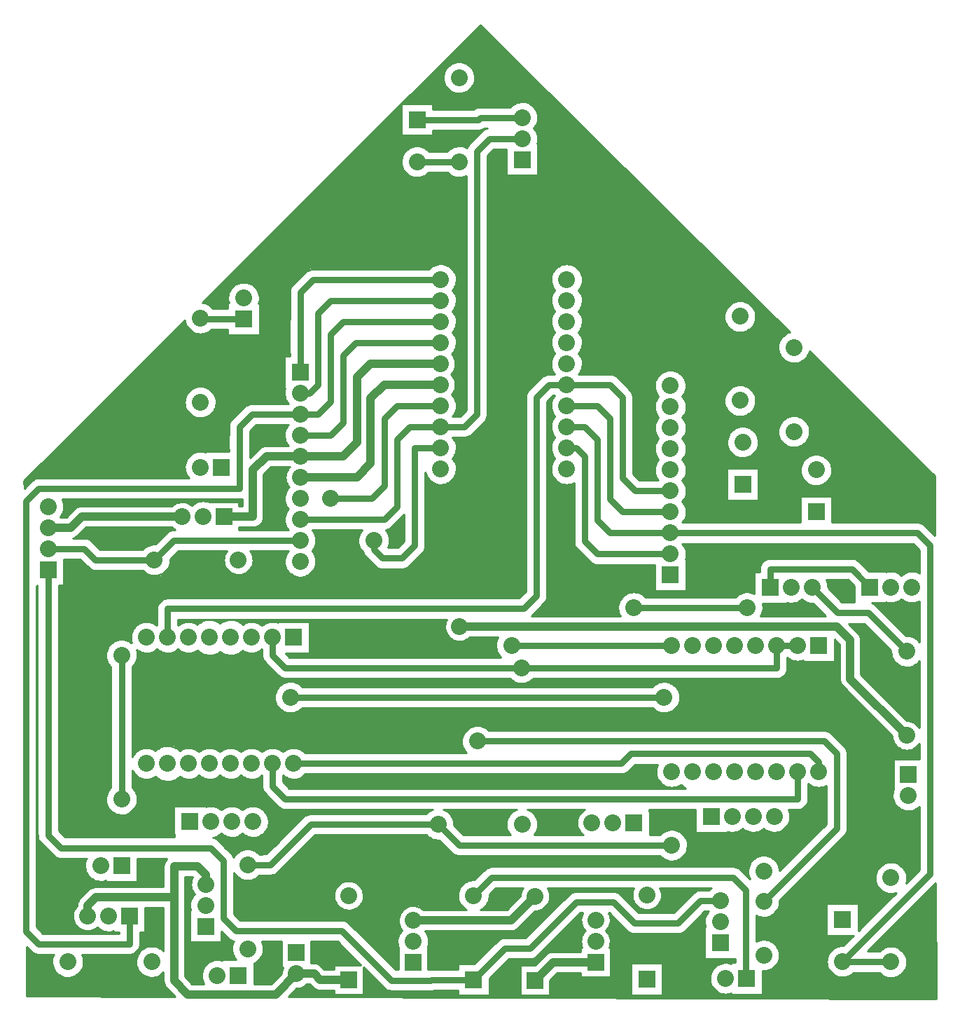
<source format=gbr>
G04 DipTrace 2.4.0.2*
%INTop.gbr*%
%MOIN*%
%ADD13C,0.03*%
%ADD14C,0.04*%
%ADD15C,0.01*%
%ADD16C,0.08*%
%ADD17R,0.08X0.08*%
%ADD18C,0.08*%
%FSLAX44Y44*%
G04*
G70*
G90*
G75*
G01*
%LNTop*%
%LPD*%
X28503Y9200D2*
D13*
X29373Y10070D1*
X40867D1*
X41467Y9470D1*
Y5297D1*
X41504Y5260D1*
X19789Y18630D2*
X37579D1*
X11751Y20630D2*
Y13780D1*
X31441Y9170D2*
D14*
X30291Y8020D1*
X25628D1*
X42629Y23850D2*
D13*
Y24720D1*
X46530D1*
X47380Y23870D1*
X41529Y22890D2*
X36129D1*
X18939Y21480D2*
Y20630D1*
X19539Y20030D1*
X30790D1*
X42942Y21090D2*
X43942D1*
X30790Y20030D2*
X42942D1*
Y21090D1*
X40254Y8950D2*
X39300D1*
X38230Y7880D1*
X36166D1*
X35166Y8880D1*
X33391D1*
X31191Y6680D1*
X29983D1*
X28503Y5200D1*
X26493D1*
X26463Y5170D1*
X24590D1*
X22240Y7520D1*
X17202D1*
X16602Y8120D1*
Y10870D1*
X16002Y11470D1*
X8851D1*
X8251Y12070D1*
Y24700D1*
X17752Y10670D2*
X18842D1*
X20762Y12590D1*
X26816D1*
X23754Y26090D2*
Y25640D1*
X24154Y25240D1*
X25104D1*
X25704Y25840D1*
Y30490D1*
X26940D1*
X20252Y26090D2*
X14244D1*
X13314Y25160D1*
X25815Y46100D2*
X28716D1*
X28816Y46200D1*
X30816D1*
X44629Y23850D2*
X45839Y22640D1*
X47300D1*
X49130Y20810D1*
X26816Y12590D2*
X27816Y11590D1*
X37942D1*
X13314Y25160D2*
X10512D1*
X9972Y25700D1*
X8251D1*
X22565Y5200D2*
D14*
X21195D1*
X20915Y5480D1*
X20065D1*
X8251Y26700D2*
X9332D1*
X9852Y27220D1*
X14627D1*
X31441Y5170D2*
X32301Y6030D1*
X34316D1*
X20065Y5480D2*
X19084Y4500D1*
X14902D1*
X14252Y5150D1*
Y9120D1*
X10526D1*
X10126Y8720D1*
Y8220D1*
X14252Y9120D2*
Y10580D1*
X15352D1*
X15752Y10180D1*
Y9730D1*
X18939Y15480D2*
D13*
Y14400D1*
X19539Y13800D1*
X43942D1*
Y15090D1*
X32940Y31490D2*
X33790D1*
X34390Y30890D1*
Y27040D1*
X34990Y26440D1*
X37879D1*
X46067Y6060D2*
X46087Y6040D1*
X48380D1*
X46067Y6060D2*
D3*
X37879Y26440D2*
X49630D1*
X50230Y25840D1*
Y10223D1*
X46067Y6060D1*
X32940Y30490D2*
X33390D1*
X33790Y30090D1*
Y26040D1*
X34390Y25440D1*
X37879D1*
X27815Y44100D2*
X25815D1*
X20252Y33090D2*
X20702D1*
X21102Y33490D1*
Y36890D1*
X21702Y37490D1*
X26940D1*
X37879Y28440D2*
X36190D1*
X35590Y29040D1*
Y32890D1*
X34990Y33490D1*
X32940D1*
X32090D1*
X31490Y32890D1*
Y23440D1*
X30890Y22840D1*
X13939D1*
Y21480D1*
X16627Y27220D2*
D14*
X18002D1*
Y29440D1*
X18652Y30090D1*
X20252D1*
X22302D1*
X22952Y30740D1*
Y33840D1*
X23602Y34490D1*
X26940D1*
Y36490D2*
D13*
X22302D1*
X21702Y35890D1*
Y32690D1*
X21102Y32090D1*
X20252D1*
X17952D1*
X17352Y31490D1*
Y28550D1*
X7803D1*
X7203Y27950D1*
Y7500D1*
X7803Y6900D1*
X12126D1*
Y8220D1*
X26940Y38490D2*
X20852D1*
X20252Y37890D1*
Y34090D1*
X30318Y21090D2*
X37942D1*
X37879Y27440D2*
X35590D1*
X34990Y28040D1*
Y31890D1*
X34390Y32490D1*
X32940D1*
X20252Y27090D2*
X24252D1*
X24852Y27690D1*
Y30890D1*
X25452Y31490D1*
X26940D1*
X28065D1*
X28665Y32090D1*
Y44600D1*
X29265Y45200D1*
X30816D1*
X42317Y8910D2*
X45792Y12385D1*
Y15940D1*
X45192Y16540D1*
X28690D1*
X26940Y35490D2*
X22902D1*
X22302Y34890D1*
Y31690D1*
X21702Y31090D1*
X20252D1*
X21702Y28090D2*
X23652D1*
X24252Y28690D1*
Y31890D1*
X24852Y32490D1*
X26940D1*
X17564Y36620D2*
X15542D1*
X15502Y36660D1*
X26940Y33490D2*
D14*
X24252D1*
X23602Y32840D1*
Y29740D1*
X22952Y29090D1*
X20252D1*
X49130Y16810D2*
X46442Y19498D1*
Y21340D1*
X45792Y21990D1*
X27840D1*
X44942Y15090D2*
D13*
Y15540D1*
X44542Y15940D1*
X35986D1*
X35526Y15480D1*
X19939D1*
D16*
X37579Y18630D3*
X19789D3*
X11751Y13780D3*
Y20630D3*
X36129Y22890D3*
X41529D3*
X30790Y20030D3*
X37942Y11590D3*
X23754Y26090D3*
X30318Y21090D3*
X28690Y16540D3*
X42317Y8910D3*
X21702Y28090D3*
X27840Y21990D3*
X28747Y50521D2*
D15*
X28885D1*
X28649Y50423D2*
X28984D1*
X28549Y50324D2*
X29084D1*
X28451Y50225D2*
X29184D1*
X28352Y50127D2*
X29284D1*
X28254Y50028D2*
X29382D1*
X28155Y49929D2*
X29482D1*
X28055Y49830D2*
X29582D1*
X27957Y49732D2*
X29682D1*
X27858Y49633D2*
X29781D1*
X27760Y49534D2*
X29881D1*
X27660Y49436D2*
X29981D1*
X27562Y49337D2*
X30081D1*
X27463Y49238D2*
X30179D1*
X27365Y49140D2*
X30279D1*
X27265Y49041D2*
X30379D1*
X27166Y48942D2*
X30477D1*
X27068Y48844D2*
X27681D1*
X27949D2*
X30577D1*
X26969Y48745D2*
X27415D1*
X28216D2*
X30677D1*
X26871Y48646D2*
X27285D1*
X28344D2*
X30777D1*
X26771Y48548D2*
X27199D1*
X28432D2*
X30876D1*
X26672Y48449D2*
X27137D1*
X28493D2*
X30976D1*
X26574Y48350D2*
X27095D1*
X28537D2*
X31076D1*
X26476Y48251D2*
X27067D1*
X28563D2*
X31176D1*
X26376Y48153D2*
X27052D1*
X28577D2*
X31274D1*
X26277Y48054D2*
X27052D1*
X28577D2*
X31374D1*
X26179Y47955D2*
X27065D1*
X28565D2*
X31474D1*
X26080Y47857D2*
X27092D1*
X28538D2*
X31574D1*
X25982Y47758D2*
X27134D1*
X28497D2*
X31673D1*
X25882Y47659D2*
X27193D1*
X28437D2*
X31773D1*
X25783Y47561D2*
X27279D1*
X28352D2*
X31873D1*
X25685Y47462D2*
X27404D1*
X28227D2*
X31973D1*
X25587Y47363D2*
X27645D1*
X27985D2*
X32071D1*
X25487Y47265D2*
X32171D1*
X25388Y47166D2*
X32271D1*
X25290Y47067D2*
X32371D1*
X25191Y46969D2*
X32470D1*
X25093Y46870D2*
X30460D1*
X31171D2*
X32570D1*
X24993Y46771D2*
X25052D1*
X26579D2*
X30313D1*
X31318D2*
X32670D1*
X24894Y46672D2*
X25051D1*
X26579D2*
X28631D1*
X31413D2*
X32770D1*
X24796Y46574D2*
X25051D1*
X31480D2*
X32868D1*
X24697Y46475D2*
X25051D1*
X31527D2*
X32968D1*
X24597Y46376D2*
X25051D1*
X31558D2*
X33068D1*
X24499Y46278D2*
X25051D1*
X31576D2*
X33168D1*
X24401Y46179D2*
X25051D1*
X31579D2*
X33267D1*
X24302Y46080D2*
X25051D1*
X31569D2*
X33367D1*
X24204Y45982D2*
X25051D1*
X31547D2*
X33467D1*
X24104Y45883D2*
X25051D1*
X31510D2*
X33567D1*
X24005Y45784D2*
X25051D1*
X31455D2*
X33665D1*
X23907Y45686D2*
X25051D1*
X29013D2*
X29121D1*
X31402D2*
X33765D1*
X23808Y45587D2*
X25051D1*
X26579D2*
X28932D1*
X31472D2*
X33865D1*
X23708Y45488D2*
X25051D1*
X26579D2*
X28831D1*
X31522D2*
X33965D1*
X23610Y45390D2*
X25051D1*
X26579D2*
X28732D1*
X31555D2*
X34063D1*
X23512Y45291D2*
X28634D1*
X31574D2*
X34163D1*
X23413Y45192D2*
X28535D1*
X31580D2*
X34263D1*
X23313Y45093D2*
X28437D1*
X31572D2*
X34363D1*
X23215Y44995D2*
X28337D1*
X31551D2*
X34462D1*
X23116Y44896D2*
X28248D1*
X31580D2*
X34562D1*
X23018Y44797D2*
X25520D1*
X26112D2*
X27520D1*
X28112D2*
X28192D1*
X31580D2*
X34662D1*
X22919Y44699D2*
X25348D1*
X26283D2*
X27348D1*
X31580D2*
X34762D1*
X22819Y44600D2*
X25242D1*
X29388D2*
X30052D1*
X31580D2*
X34860D1*
X22721Y44501D2*
X25167D1*
X29290D2*
X30052D1*
X31580D2*
X34960D1*
X22622Y44403D2*
X25115D1*
X29191D2*
X30052D1*
X31580D2*
X35060D1*
X22524Y44304D2*
X25079D1*
X29179D2*
X30052D1*
X31580D2*
X35160D1*
X22424Y44205D2*
X25059D1*
X29179D2*
X30052D1*
X31580D2*
X35259D1*
X22326Y44107D2*
X25051D1*
X29179D2*
X30052D1*
X31580D2*
X35359D1*
X22227Y44008D2*
X25057D1*
X29179D2*
X30052D1*
X31580D2*
X35459D1*
X22129Y43909D2*
X25076D1*
X29179D2*
X30052D1*
X31580D2*
X35559D1*
X22030Y43811D2*
X25109D1*
X29179D2*
X30052D1*
X31580D2*
X35657D1*
X21930Y43712D2*
X25159D1*
X29179D2*
X30052D1*
X31580D2*
X35757D1*
X21832Y43613D2*
X25229D1*
X29179D2*
X30052D1*
X31580D2*
X35857D1*
X21733Y43514D2*
X25331D1*
X26301D2*
X27331D1*
X29179D2*
X30052D1*
X31580D2*
X35957D1*
X21635Y43416D2*
X25488D1*
X26141D2*
X27488D1*
X29179D2*
X36056D1*
X21535Y43317D2*
X28151D1*
X29179D2*
X36156D1*
X21437Y43218D2*
X28151D1*
X29179D2*
X36256D1*
X21338Y43120D2*
X28151D1*
X29179D2*
X36356D1*
X21240Y43021D2*
X28151D1*
X29179D2*
X36454D1*
X21141Y42922D2*
X28151D1*
X29179D2*
X36554D1*
X21041Y42824D2*
X28151D1*
X29179D2*
X36654D1*
X20943Y42725D2*
X28151D1*
X29179D2*
X36754D1*
X20844Y42626D2*
X28151D1*
X29179D2*
X36852D1*
X20746Y42528D2*
X28151D1*
X29179D2*
X36952D1*
X20646Y42429D2*
X28151D1*
X29179D2*
X37052D1*
X20547Y42330D2*
X28151D1*
X29179D2*
X37152D1*
X20449Y42232D2*
X28151D1*
X29179D2*
X37251D1*
X20351Y42133D2*
X28151D1*
X29179D2*
X37351D1*
X20252Y42034D2*
X28151D1*
X29179D2*
X37451D1*
X20152Y41935D2*
X28151D1*
X29179D2*
X37551D1*
X20054Y41837D2*
X28151D1*
X29179D2*
X37649D1*
X19955Y41738D2*
X28151D1*
X29179D2*
X37749D1*
X19857Y41639D2*
X28151D1*
X29179D2*
X37849D1*
X19757Y41541D2*
X28151D1*
X29179D2*
X37949D1*
X19658Y41442D2*
X28151D1*
X29179D2*
X38048D1*
X19560Y41343D2*
X28151D1*
X29179D2*
X38148D1*
X19462Y41245D2*
X28151D1*
X29179D2*
X38248D1*
X19362Y41146D2*
X28151D1*
X29179D2*
X38348D1*
X19263Y41047D2*
X28151D1*
X29179D2*
X38446D1*
X19165Y40949D2*
X28151D1*
X29179D2*
X38546D1*
X19066Y40850D2*
X28151D1*
X29179D2*
X38646D1*
X18968Y40751D2*
X28151D1*
X29179D2*
X38746D1*
X18868Y40653D2*
X28151D1*
X29179D2*
X38845D1*
X18769Y40554D2*
X28151D1*
X29179D2*
X38945D1*
X18671Y40455D2*
X28151D1*
X29179D2*
X39045D1*
X18572Y40356D2*
X28151D1*
X29179D2*
X39145D1*
X18474Y40258D2*
X28151D1*
X29179D2*
X39243D1*
X18374Y40159D2*
X28151D1*
X29179D2*
X39343D1*
X18276Y40060D2*
X28151D1*
X29179D2*
X39443D1*
X18177Y39962D2*
X28151D1*
X29179D2*
X39542D1*
X18079Y39863D2*
X28151D1*
X29179D2*
X39642D1*
X17979Y39764D2*
X28151D1*
X29179D2*
X39742D1*
X17880Y39666D2*
X28151D1*
X29179D2*
X39842D1*
X17782Y39567D2*
X28151D1*
X29179D2*
X39940D1*
X17683Y39468D2*
X28151D1*
X29179D2*
X40040D1*
X17583Y39370D2*
X28151D1*
X29179D2*
X40140D1*
X17485Y39271D2*
X28151D1*
X29179D2*
X40240D1*
X17387Y39172D2*
X26609D1*
X27271D2*
X28151D1*
X29179D2*
X32609D1*
X33271D2*
X40338D1*
X17288Y39074D2*
X26452D1*
X27427D2*
X28151D1*
X29179D2*
X32452D1*
X33427D2*
X40438D1*
X17190Y38975D2*
X20706D1*
X27527D2*
X28151D1*
X29179D2*
X32352D1*
X33527D2*
X40538D1*
X17090Y38876D2*
X20518D1*
X27597D2*
X28151D1*
X29179D2*
X32282D1*
X33597D2*
X40638D1*
X16991Y38777D2*
X20417D1*
X27647D2*
X28151D1*
X29179D2*
X32234D1*
X33647D2*
X40737D1*
X16893Y38679D2*
X20318D1*
X27680D2*
X28151D1*
X29179D2*
X32201D1*
X33680D2*
X40837D1*
X16794Y38580D2*
X20220D1*
X27699D2*
X28151D1*
X29179D2*
X32182D1*
X33699D2*
X40937D1*
X16694Y38481D2*
X20121D1*
X27704D2*
X28151D1*
X29179D2*
X32176D1*
X33704D2*
X41037D1*
X16596Y38383D2*
X20023D1*
X27696D2*
X28151D1*
X29179D2*
X32184D1*
X33696D2*
X41135D1*
X16497Y38284D2*
X17198D1*
X17932D2*
X19924D1*
X27676D2*
X28151D1*
X29179D2*
X32206D1*
X33676D2*
X41235D1*
X16399Y38185D2*
X17056D1*
X18072D2*
X19834D1*
X27640D2*
X28151D1*
X29179D2*
X32240D1*
X33640D2*
X41335D1*
X16301Y38087D2*
X16962D1*
X18166D2*
X19777D1*
X27587D2*
X28151D1*
X29179D2*
X32293D1*
X33587D2*
X41435D1*
X16201Y37988D2*
X16896D1*
X18232D2*
X19748D1*
X27516D2*
X28151D1*
X29179D2*
X32363D1*
X33516D2*
X41534D1*
X16102Y37889D2*
X16851D1*
X18279D2*
X19738D1*
X27590D2*
X28151D1*
X29179D2*
X32290D1*
X33590D2*
X41634D1*
X16004Y37791D2*
X16820D1*
X18308D2*
X19738D1*
X27641D2*
X28151D1*
X29179D2*
X32238D1*
X33641D2*
X41734D1*
X15905Y37692D2*
X16804D1*
X18324D2*
X19738D1*
X27676D2*
X28151D1*
X29179D2*
X32204D1*
X33676D2*
X41834D1*
X15805Y37593D2*
X16801D1*
X18327D2*
X19738D1*
X27697D2*
X28151D1*
X29179D2*
X32184D1*
X33697D2*
X41932D1*
X15707Y37495D2*
X16810D1*
X18318D2*
X19738D1*
X27704D2*
X28151D1*
X29179D2*
X32176D1*
X33704D2*
X42032D1*
X15676Y37396D2*
X16835D1*
X18294D2*
X19738D1*
X27697D2*
X28151D1*
X29179D2*
X32182D1*
X33697D2*
X40810D1*
X41574D2*
X42132D1*
X15915Y37297D2*
X16801D1*
X18329D2*
X19738D1*
X27679D2*
X28151D1*
X29179D2*
X32201D1*
X33679D2*
X40674D1*
X41710D2*
X42232D1*
X16040Y37198D2*
X16801D1*
X18329D2*
X19738D1*
X27646D2*
X28151D1*
X29179D2*
X32235D1*
X33646D2*
X40584D1*
X41801D2*
X42331D1*
X18329Y37100D2*
X19738D1*
X27594D2*
X28151D1*
X29179D2*
X32285D1*
X33594D2*
X40520D1*
X41865D2*
X42431D1*
X18329Y37001D2*
X19738D1*
X27524D2*
X28151D1*
X29179D2*
X32356D1*
X33524D2*
X40474D1*
X41908D2*
X42531D1*
X18329Y36902D2*
X19738D1*
X27582D2*
X28151D1*
X29179D2*
X32299D1*
X33582D2*
X40446D1*
X41938D2*
X42631D1*
X18329Y36804D2*
X19738D1*
X27635D2*
X28151D1*
X29179D2*
X32245D1*
X33635D2*
X40431D1*
X41954D2*
X42729D1*
X18329Y36705D2*
X19738D1*
X27672D2*
X28151D1*
X29179D2*
X32207D1*
X33672D2*
X40429D1*
X41955D2*
X42829D1*
X18329Y36606D2*
X19738D1*
X27694D2*
X28151D1*
X29179D2*
X32185D1*
X33694D2*
X40440D1*
X41944D2*
X42929D1*
X14719Y36508D2*
X14754D1*
X18329D2*
X19738D1*
X27704D2*
X28151D1*
X29179D2*
X32176D1*
X33704D2*
X40465D1*
X41919D2*
X43029D1*
X14621Y36409D2*
X14781D1*
X18329D2*
X19738D1*
X27699D2*
X28151D1*
X29179D2*
X32181D1*
X33699D2*
X40504D1*
X41879D2*
X43127D1*
X14521Y36310D2*
X14824D1*
X18329D2*
X19738D1*
X27682D2*
X28151D1*
X29179D2*
X32198D1*
X33682D2*
X40562D1*
X41821D2*
X43227D1*
X14422Y36212D2*
X14885D1*
X18329D2*
X19738D1*
X27651D2*
X28151D1*
X29179D2*
X32229D1*
X33651D2*
X40645D1*
X41740D2*
X43327D1*
X14324Y36113D2*
X14973D1*
X16030D2*
X16801D1*
X18329D2*
X19738D1*
X27602D2*
X28151D1*
X29179D2*
X32277D1*
X33602D2*
X40763D1*
X41621D2*
X43427D1*
X14226Y36014D2*
X15102D1*
X15901D2*
X16801D1*
X18329D2*
X19738D1*
X27535D2*
X28151D1*
X29179D2*
X32345D1*
X33535D2*
X40977D1*
X41405D2*
X43526D1*
X14127Y35916D2*
X15373D1*
X15630D2*
X16801D1*
X18329D2*
X19738D1*
X27572D2*
X28151D1*
X29179D2*
X32307D1*
X33572D2*
X43356D1*
X14027Y35817D2*
X19738D1*
X27629D2*
X28151D1*
X29179D2*
X32251D1*
X33629D2*
X43226D1*
X13929Y35718D2*
X19738D1*
X27668D2*
X28151D1*
X29179D2*
X32212D1*
X33668D2*
X43138D1*
X13830Y35619D2*
X19738D1*
X27693D2*
X28151D1*
X29179D2*
X32187D1*
X33693D2*
X43076D1*
X13732Y35521D2*
X19738D1*
X27704D2*
X28151D1*
X29179D2*
X32177D1*
X33704D2*
X43034D1*
X13632Y35422D2*
X19738D1*
X27701D2*
X28151D1*
X29179D2*
X32179D1*
X33701D2*
X43006D1*
X13533Y35323D2*
X19738D1*
X27685D2*
X28151D1*
X29179D2*
X32195D1*
X33685D2*
X42993D1*
X13435Y35225D2*
X19738D1*
X27655D2*
X28151D1*
X29179D2*
X32224D1*
X33655D2*
X42992D1*
X13337Y35126D2*
X19738D1*
X27610D2*
X28151D1*
X29179D2*
X32270D1*
X33610D2*
X43004D1*
X13238Y35027D2*
X19738D1*
X27546D2*
X28151D1*
X29179D2*
X32335D1*
X33546D2*
X43031D1*
X44479D2*
X44522D1*
X13138Y34929D2*
X19738D1*
X27501D2*
X28151D1*
X29179D2*
X32317D1*
X33563D2*
X43073D1*
X44437D2*
X44623D1*
X13040Y34830D2*
X19488D1*
X27566D2*
X28151D1*
X29179D2*
X32257D1*
X33622D2*
X43132D1*
X44377D2*
X44721D1*
X12941Y34731D2*
X19488D1*
X27612D2*
X28151D1*
X29179D2*
X32217D1*
X33665D2*
X43217D1*
X44291D2*
X44821D1*
X12843Y34633D2*
X19488D1*
X27640D2*
X28151D1*
X29179D2*
X32190D1*
X33690D2*
X43342D1*
X44168D2*
X44921D1*
X12743Y34534D2*
X19488D1*
X27652D2*
X28151D1*
X29179D2*
X32177D1*
X33702D2*
X43582D1*
X43927D2*
X45021D1*
X12644Y34435D2*
X19488D1*
X27652D2*
X28151D1*
X29179D2*
X32177D1*
X33702D2*
X45120D1*
X12546Y34337D2*
X19488D1*
X27637D2*
X28151D1*
X29179D2*
X32192D1*
X33688D2*
X45220D1*
X12447Y34238D2*
X19488D1*
X27607D2*
X28151D1*
X29179D2*
X32220D1*
X33660D2*
X45320D1*
X12349Y34139D2*
X19488D1*
X27560D2*
X28151D1*
X29179D2*
X32263D1*
X33618D2*
X37587D1*
X38171D2*
X45420D1*
X12249Y34040D2*
X19488D1*
X27491D2*
X28151D1*
X29179D2*
X32324D1*
X33555D2*
X37413D1*
X38344D2*
X45518D1*
X12151Y33942D2*
X19488D1*
X27490D2*
X28151D1*
X29179D2*
X31857D1*
X35222D2*
X37306D1*
X38452D2*
X45618D1*
X12052Y33843D2*
X19488D1*
X27558D2*
X28151D1*
X29179D2*
X31721D1*
X35360D2*
X37232D1*
X38526D2*
X45718D1*
X11954Y33744D2*
X19488D1*
X27607D2*
X28151D1*
X29179D2*
X31621D1*
X35458D2*
X37179D1*
X38579D2*
X45818D1*
X11854Y33646D2*
X19488D1*
X27637D2*
X28151D1*
X29179D2*
X31523D1*
X35557D2*
X37143D1*
X38615D2*
X45917D1*
X11755Y33547D2*
X19488D1*
X27652D2*
X28151D1*
X29179D2*
X31424D1*
X35655D2*
X37123D1*
X38635D2*
X46017D1*
X11657Y33448D2*
X19488D1*
X27652D2*
X28151D1*
X29179D2*
X31326D1*
X35754D2*
X37115D1*
X38643D2*
X40924D1*
X41460D2*
X46117D1*
X11558Y33350D2*
X15187D1*
X15816D2*
X19488D1*
X27640D2*
X28151D1*
X29179D2*
X31227D1*
X35854D2*
X37121D1*
X38638D2*
X40738D1*
X41646D2*
X46217D1*
X11460Y33251D2*
X15024D1*
X15980D2*
X19506D1*
X27612D2*
X28151D1*
X29179D2*
X31129D1*
X35952D2*
X37140D1*
X38619D2*
X40627D1*
X41757D2*
X46315D1*
X11360Y33152D2*
X14921D1*
X16082D2*
X19492D1*
X27568D2*
X28151D1*
X29179D2*
X31049D1*
X36030D2*
X37173D1*
X38587D2*
X40551D1*
X41833D2*
X46415D1*
X11262Y33054D2*
X14849D1*
X16155D2*
X19488D1*
X27502D2*
X28151D1*
X29179D2*
X31004D1*
X36077D2*
X37221D1*
X38537D2*
X40496D1*
X41888D2*
X46515D1*
X11163Y32955D2*
X14798D1*
X16205D2*
X19501D1*
X27543D2*
X28151D1*
X29179D2*
X30981D1*
X32277D2*
X32337D1*
X36099D2*
X37292D1*
X38466D2*
X40459D1*
X41924D2*
X46615D1*
X11065Y32856D2*
X14763D1*
X16240D2*
X19526D1*
X27608D2*
X28151D1*
X29179D2*
X30976D1*
X32179D2*
X32271D1*
X36104D2*
X37240D1*
X38518D2*
X40437D1*
X41947D2*
X46713D1*
X10965Y32758D2*
X14745D1*
X16258D2*
X19565D1*
X27655D2*
X28151D1*
X29179D2*
X30976D1*
X32080D2*
X32226D1*
X36104D2*
X37185D1*
X38572D2*
X40427D1*
X41955D2*
X46813D1*
X10866Y32659D2*
X14738D1*
X16266D2*
X19624D1*
X27685D2*
X28151D1*
X29179D2*
X30976D1*
X32004D2*
X32195D1*
X36104D2*
X37148D1*
X38610D2*
X40432D1*
X41951D2*
X46913D1*
X10768Y32560D2*
X14745D1*
X16258D2*
X17760D1*
X27701D2*
X28151D1*
X29179D2*
X30976D1*
X32004D2*
X32179D1*
X36104D2*
X37124D1*
X38633D2*
X40449D1*
X41933D2*
X47013D1*
X10669Y32461D2*
X14765D1*
X16240D2*
X17601D1*
X27704D2*
X28151D1*
X29179D2*
X30976D1*
X32004D2*
X32177D1*
X36104D2*
X37115D1*
X38643D2*
X40481D1*
X41902D2*
X47112D1*
X10569Y32363D2*
X14799D1*
X16204D2*
X17502D1*
X27693D2*
X28151D1*
X29179D2*
X30976D1*
X32004D2*
X32187D1*
X36104D2*
X37120D1*
X38640D2*
X40529D1*
X41855D2*
X47212D1*
X10471Y32264D2*
X14849D1*
X16154D2*
X17404D1*
X27669D2*
X28117D1*
X29179D2*
X30976D1*
X32004D2*
X32210D1*
X36104D2*
X37135D1*
X38622D2*
X40598D1*
X41787D2*
X47312D1*
X10372Y32165D2*
X14923D1*
X16080D2*
X17304D1*
X27630D2*
X28018D1*
X29179D2*
X30976D1*
X32004D2*
X32249D1*
X36104D2*
X37167D1*
X38591D2*
X40693D1*
X41690D2*
X47412D1*
X10274Y32067D2*
X15026D1*
X15977D2*
X17206D1*
X27574D2*
X27920D1*
X29179D2*
X30976D1*
X32004D2*
X32306D1*
X36104D2*
X37213D1*
X38544D2*
X40843D1*
X41541D2*
X47510D1*
X10176Y31968D2*
X15193D1*
X15812D2*
X17107D1*
X29165D2*
X30976D1*
X32004D2*
X32348D1*
X36104D2*
X37281D1*
X38477D2*
X43460D1*
X44049D2*
X47610D1*
X10076Y31869D2*
X17009D1*
X29129D2*
X30976D1*
X32004D2*
X32279D1*
X36104D2*
X37249D1*
X38508D2*
X43287D1*
X44222D2*
X47710D1*
X9977Y31771D2*
X16923D1*
X29065D2*
X30976D1*
X32004D2*
X32231D1*
X36104D2*
X37192D1*
X38566D2*
X43181D1*
X44329D2*
X47810D1*
X9879Y31672D2*
X16871D1*
X28969D2*
X30976D1*
X32004D2*
X32198D1*
X36104D2*
X37152D1*
X38607D2*
X43107D1*
X44402D2*
X47909D1*
X9780Y31573D2*
X16845D1*
X18157D2*
X19663D1*
X28871D2*
X30976D1*
X32004D2*
X32181D1*
X36104D2*
X37127D1*
X38630D2*
X43054D1*
X44455D2*
X48009D1*
X9680Y31475D2*
X16838D1*
X18058D2*
X19593D1*
X28772D2*
X30976D1*
X32004D2*
X32176D1*
X36104D2*
X37117D1*
X38643D2*
X41067D1*
X41568D2*
X43020D1*
X44490D2*
X48109D1*
X9582Y31376D2*
X16838D1*
X17960D2*
X19545D1*
X28674D2*
X30976D1*
X32004D2*
X32185D1*
X36104D2*
X37118D1*
X38640D2*
X40873D1*
X41762D2*
X42998D1*
X44512D2*
X48209D1*
X9483Y31277D2*
X16838D1*
X17866D2*
X19512D1*
X28576D2*
X30976D1*
X32004D2*
X32207D1*
X36104D2*
X37132D1*
X38626D2*
X40759D1*
X41876D2*
X42992D1*
X44518D2*
X48307D1*
X9385Y31179D2*
X16838D1*
X17866D2*
X19493D1*
X28476D2*
X30976D1*
X32004D2*
X32243D1*
X36104D2*
X37162D1*
X38596D2*
X40681D1*
X41954D2*
X42996D1*
X44513D2*
X48407D1*
X9287Y31080D2*
X16838D1*
X17866D2*
X19488D1*
X28368D2*
X30976D1*
X32004D2*
X32298D1*
X36104D2*
X37207D1*
X38551D2*
X40624D1*
X42010D2*
X43015D1*
X44494D2*
X48507D1*
X9187Y30981D2*
X16838D1*
X17866D2*
X19496D1*
X27522D2*
X30976D1*
X32004D2*
X32359D1*
X36104D2*
X37271D1*
X38487D2*
X40587D1*
X42047D2*
X43048D1*
X44462D2*
X48606D1*
X9088Y30882D2*
X16838D1*
X17866D2*
X19518D1*
X27594D2*
X30976D1*
X32004D2*
X32287D1*
X36104D2*
X37259D1*
X38499D2*
X40563D1*
X42071D2*
X43098D1*
X44412D2*
X48706D1*
X8990Y30784D2*
X16838D1*
X17866D2*
X19554D1*
X27644D2*
X30976D1*
X32004D2*
X32235D1*
X36104D2*
X37198D1*
X38560D2*
X40554D1*
X42080D2*
X43168D1*
X44341D2*
X48806D1*
X8891Y30685D2*
X16838D1*
X17866D2*
X19606D1*
X27679D2*
X30976D1*
X32004D2*
X32202D1*
X36104D2*
X37156D1*
X38602D2*
X40557D1*
X42077D2*
X43270D1*
X44240D2*
X48906D1*
X8791Y30586D2*
X16838D1*
X17866D2*
X18556D1*
X27697D2*
X30976D1*
X32004D2*
X32182D1*
X36104D2*
X37129D1*
X38629D2*
X40573D1*
X42060D2*
X43427D1*
X44082D2*
X49004D1*
X8693Y30488D2*
X16838D1*
X17866D2*
X18332D1*
X27704D2*
X30976D1*
X32004D2*
X32176D1*
X36104D2*
X37117D1*
X38641D2*
X40604D1*
X42030D2*
X49104D1*
X8594Y30389D2*
X16838D1*
X17866D2*
X18227D1*
X27697D2*
X30976D1*
X32004D2*
X32184D1*
X36104D2*
X37117D1*
X38641D2*
X40651D1*
X41983D2*
X49204D1*
X8496Y30290D2*
X15270D1*
X17866D2*
X18129D1*
X27677D2*
X30976D1*
X32004D2*
X32202D1*
X36104D2*
X37131D1*
X38627D2*
X40717D1*
X41916D2*
X49304D1*
X8397Y30192D2*
X15065D1*
X17866D2*
X18031D1*
X27643D2*
X30976D1*
X32004D2*
X32238D1*
X36104D2*
X37157D1*
X38601D2*
X40812D1*
X41822D2*
X44749D1*
X44885D2*
X49402D1*
X8297Y30093D2*
X14949D1*
X17866D2*
X17932D1*
X27591D2*
X30976D1*
X32004D2*
X32288D1*
X36104D2*
X37199D1*
X38558D2*
X40956D1*
X41679D2*
X44431D1*
X45204D2*
X49502D1*
X8199Y29994D2*
X14868D1*
X27518D2*
X30976D1*
X32004D2*
X32362D1*
X36104D2*
X37260D1*
X38497D2*
X44296D1*
X45338D2*
X49602D1*
X8101Y29896D2*
X14812D1*
X27585D2*
X30976D1*
X32004D2*
X32295D1*
X36104D2*
X37268D1*
X38490D2*
X44207D1*
X45427D2*
X49702D1*
X8002Y29797D2*
X14773D1*
X27638D2*
X30976D1*
X32004D2*
X32242D1*
X36104D2*
X37206D1*
X38554D2*
X44143D1*
X45491D2*
X49801D1*
X7902Y29698D2*
X14749D1*
X27674D2*
X30976D1*
X32004D2*
X32206D1*
X36104D2*
X37160D1*
X38597D2*
X44099D1*
X45535D2*
X49901D1*
X7804Y29600D2*
X14738D1*
X27696D2*
X30976D1*
X32004D2*
X32184D1*
X36104D2*
X37132D1*
X38626D2*
X44070D1*
X45565D2*
X50001D1*
X7705Y29501D2*
X14742D1*
X18785D2*
X19671D1*
X27704D2*
X30976D1*
X32004D2*
X32176D1*
X36104D2*
X37118D1*
X38640D2*
X40552D1*
X42080D2*
X44056D1*
X45579D2*
X50101D1*
X7607Y29402D2*
X14757D1*
X18687D2*
X19612D1*
X27699D2*
X30976D1*
X32004D2*
X32181D1*
X36104D2*
X37117D1*
X38641D2*
X40552D1*
X42080D2*
X44054D1*
X45580D2*
X50199D1*
X7508Y29303D2*
X14787D1*
X18588D2*
X19571D1*
X27680D2*
X30976D1*
X32004D2*
X32199D1*
X36104D2*
X37127D1*
X38630D2*
X40552D1*
X42080D2*
X44067D1*
X45569D2*
X50299D1*
X7408Y29205D2*
X14832D1*
X18516D2*
X19548D1*
X27647D2*
X30976D1*
X32004D2*
X32232D1*
X36147D2*
X37152D1*
X38605D2*
X40552D1*
X42080D2*
X44092D1*
X45543D2*
X50399D1*
X7310Y29106D2*
X14898D1*
X18516D2*
X19538D1*
X26218D2*
X26281D1*
X27599D2*
X30976D1*
X32004D2*
X32281D1*
X36246D2*
X37193D1*
X38565D2*
X40552D1*
X42080D2*
X44131D1*
X45504D2*
X50446D1*
X7212Y29007D2*
X7582D1*
X18516D2*
X19543D1*
X26218D2*
X26351D1*
X27529D2*
X30976D1*
X32004D2*
X32351D1*
X36346D2*
X37251D1*
X38507D2*
X40552D1*
X42080D2*
X44190D1*
X45444D2*
X50446D1*
X7124Y28909D2*
X7440D1*
X18516D2*
X19562D1*
X26218D2*
X26449D1*
X27430D2*
X30976D1*
X32004D2*
X32449D1*
X38479D2*
X40552D1*
X42080D2*
X44273D1*
X45362D2*
X50446D1*
X7124Y28810D2*
X7342D1*
X18516D2*
X19596D1*
X26218D2*
X26604D1*
X27276D2*
X30976D1*
X32004D2*
X32604D1*
X38546D2*
X40552D1*
X42080D2*
X44393D1*
X45241D2*
X50446D1*
X7124Y28711D2*
X7242D1*
X18516D2*
X19649D1*
X26218D2*
X30976D1*
X32004D2*
X33276D1*
X38593D2*
X40552D1*
X42080D2*
X44613D1*
X45021D2*
X50446D1*
X18516Y28613D2*
X19699D1*
X26218D2*
X30976D1*
X32004D2*
X33276D1*
X38622D2*
X40552D1*
X42080D2*
X50446D1*
X18516Y28514D2*
X19618D1*
X26218D2*
X30976D1*
X32004D2*
X33276D1*
X38640D2*
X40552D1*
X42080D2*
X50446D1*
X18516Y28415D2*
X19562D1*
X26218D2*
X30976D1*
X32004D2*
X33276D1*
X38643D2*
X40552D1*
X42080D2*
X50448D1*
X18516Y28317D2*
X19523D1*
X26218D2*
X30976D1*
X32004D2*
X33276D1*
X38633D2*
X40552D1*
X42080D2*
X50448D1*
X18516Y28218D2*
X19499D1*
X26218D2*
X30976D1*
X32004D2*
X33276D1*
X38610D2*
X40552D1*
X42080D2*
X50448D1*
X18516Y28119D2*
X19488D1*
X26218D2*
X30976D1*
X32004D2*
X33276D1*
X38571D2*
X40552D1*
X42080D2*
X44054D1*
X45582D2*
X50448D1*
X8943Y28021D2*
X17488D1*
X18516D2*
X19492D1*
X26218D2*
X30976D1*
X32004D2*
X33276D1*
X38515D2*
X40552D1*
X42080D2*
X44054D1*
X45582D2*
X50448D1*
X8982Y27922D2*
X14563D1*
X14690D2*
X15342D1*
X17341D2*
X17488D1*
X18516D2*
X19507D1*
X26218D2*
X30976D1*
X32004D2*
X33276D1*
X38469D2*
X44054D1*
X45582D2*
X50448D1*
X9004Y27823D2*
X14254D1*
X14999D2*
X15165D1*
X17341D2*
X17488D1*
X18516D2*
X19537D1*
X26218D2*
X30976D1*
X32004D2*
X33276D1*
X38538D2*
X44054D1*
X45582D2*
X50449D1*
X9015Y27724D2*
X14126D1*
X17341D2*
X17488D1*
X18516D2*
X19582D1*
X26218D2*
X30976D1*
X32004D2*
X33276D1*
X38587D2*
X44054D1*
X45582D2*
X50449D1*
X9012Y27626D2*
X9543D1*
X18516D2*
X19648D1*
X26218D2*
X30976D1*
X32004D2*
X33276D1*
X38619D2*
X44054D1*
X45582D2*
X50449D1*
X8994Y27527D2*
X9437D1*
X18516D2*
X19627D1*
X26218D2*
X30976D1*
X32004D2*
X33276D1*
X38638D2*
X44054D1*
X45582D2*
X50449D1*
X8965Y27428D2*
X9338D1*
X18516D2*
X19568D1*
X26218D2*
X30976D1*
X32004D2*
X33276D1*
X38643D2*
X44054D1*
X45582D2*
X50449D1*
X8918Y27330D2*
X9240D1*
X18516D2*
X19527D1*
X26218D2*
X30976D1*
X32004D2*
X33276D1*
X38635D2*
X44054D1*
X45582D2*
X50449D1*
X8851Y27231D2*
X9140D1*
X18516D2*
X19501D1*
X25116D2*
X25190D1*
X26218D2*
X30976D1*
X32004D2*
X33276D1*
X38613D2*
X44054D1*
X45582D2*
X50451D1*
X18508Y27132D2*
X19490D1*
X25018D2*
X25190D1*
X26218D2*
X30976D1*
X32004D2*
X33276D1*
X38577D2*
X44054D1*
X45582D2*
X50451D1*
X18480Y27034D2*
X19490D1*
X24918D2*
X25190D1*
X26218D2*
X30976D1*
X32004D2*
X33276D1*
X38524D2*
X44054D1*
X45582D2*
X50451D1*
X18427Y26935D2*
X19504D1*
X24819D2*
X25190D1*
X26218D2*
X30976D1*
X32004D2*
X33276D1*
X49735D2*
X50451D1*
X18338Y26836D2*
X19532D1*
X24721D2*
X25190D1*
X26218D2*
X30976D1*
X32004D2*
X33276D1*
X49951D2*
X50451D1*
X18157Y26738D2*
X19576D1*
X24622D2*
X25190D1*
X26218D2*
X30976D1*
X32004D2*
X33276D1*
X50055D2*
X50451D1*
X9994Y26639D2*
X14220D1*
X17341D2*
X19638D1*
X24487D2*
X25190D1*
X26218D2*
X30976D1*
X32004D2*
X33276D1*
X50154D2*
X50451D1*
X9894Y26540D2*
X14009D1*
X20866D2*
X23140D1*
X24369D2*
X25190D1*
X26218D2*
X30976D1*
X32004D2*
X33276D1*
X50252D2*
X50452D1*
X9796Y26442D2*
X13873D1*
X20929D2*
X23077D1*
X24430D2*
X25190D1*
X26218D2*
X30976D1*
X32004D2*
X33276D1*
X50351D2*
X50452D1*
X9697Y26343D2*
X13774D1*
X20972D2*
X23034D1*
X24474D2*
X25190D1*
X26218D2*
X30976D1*
X32004D2*
X33276D1*
X9557Y26244D2*
X13676D1*
X21001D2*
X23006D1*
X24502D2*
X25190D1*
X26218D2*
X30976D1*
X32004D2*
X33276D1*
X10218Y26145D2*
X13577D1*
X21015D2*
X22992D1*
X24516D2*
X25190D1*
X26218D2*
X30976D1*
X32004D2*
X33276D1*
X10347Y26047D2*
X13479D1*
X21015D2*
X22992D1*
X24516D2*
X25188D1*
X26218D2*
X30976D1*
X32004D2*
X33276D1*
X10447Y25948D2*
X13381D1*
X21002D2*
X23004D1*
X24504D2*
X25090D1*
X26218D2*
X30976D1*
X32004D2*
X33285D1*
X10546Y25849D2*
X12999D1*
X20977D2*
X23029D1*
X24479D2*
X24992D1*
X26218D2*
X30976D1*
X32004D2*
X33313D1*
X38522D2*
X49498D1*
X10644Y25751D2*
X12835D1*
X20935D2*
X23071D1*
X24437D2*
X24892D1*
X26210D2*
X30976D1*
X32004D2*
X33368D1*
X38576D2*
X49596D1*
X20876Y25652D2*
X23131D1*
X26182D2*
X30976D1*
X32004D2*
X33456D1*
X38613D2*
X49695D1*
X14430Y25553D2*
X16721D1*
X17908D2*
X19648D1*
X20857D2*
X23215D1*
X26129D2*
X30976D1*
X32004D2*
X33554D1*
X38635D2*
X49717D1*
X14332Y25455D2*
X16665D1*
X17963D2*
X19582D1*
X20922D2*
X23276D1*
X26041D2*
X30976D1*
X32004D2*
X33652D1*
X38643D2*
X49717D1*
X14233Y25356D2*
X16629D1*
X18001D2*
X19537D1*
X20968D2*
X23327D1*
X25943D2*
X30976D1*
X32004D2*
X33751D1*
X38638D2*
X49717D1*
X14133Y25257D2*
X16607D1*
X18021D2*
X19507D1*
X20997D2*
X23415D1*
X25844D2*
X30976D1*
X32004D2*
X33851D1*
X38621D2*
X49717D1*
X9015Y25159D2*
X9792D1*
X14079D2*
X16601D1*
X18029D2*
X19492D1*
X21013D2*
X23513D1*
X25746D2*
X30976D1*
X32004D2*
X33949D1*
X38643D2*
X42371D1*
X46788D2*
X49717D1*
X9015Y25060D2*
X9890D1*
X14071D2*
X16607D1*
X18021D2*
X19488D1*
X21015D2*
X23612D1*
X25646D2*
X30976D1*
X32004D2*
X34049D1*
X38643D2*
X42248D1*
X46913D2*
X49717D1*
X9015Y24961D2*
X9988D1*
X14052D2*
X16629D1*
X17999D2*
X19499D1*
X21005D2*
X23710D1*
X25547D2*
X30976D1*
X32004D2*
X34223D1*
X38643D2*
X42177D1*
X47012D2*
X49717D1*
X9015Y24863D2*
X10087D1*
X14018D2*
X16667D1*
X17962D2*
X19523D1*
X20980D2*
X23810D1*
X25447D2*
X30976D1*
X32004D2*
X37115D1*
X38643D2*
X42137D1*
X47110D2*
X49717D1*
X9015Y24764D2*
X10192D1*
X13966D2*
X16723D1*
X17907D2*
X19562D1*
X20941D2*
X23979D1*
X25279D2*
X30976D1*
X32004D2*
X37115D1*
X38643D2*
X42118D1*
X47208D2*
X49717D1*
X9015Y24665D2*
X10407D1*
X13893D2*
X16804D1*
X17826D2*
X19620D1*
X20885D2*
X30976D1*
X32004D2*
X37115D1*
X38643D2*
X42115D1*
X47307D2*
X49717D1*
X9015Y24566D2*
X12840D1*
X13790D2*
X16926D1*
X17702D2*
X19699D1*
X20805D2*
X30976D1*
X32004D2*
X37115D1*
X38643D2*
X41865D1*
X48679D2*
X49082D1*
X49679D2*
X49716D1*
X9015Y24468D2*
X13006D1*
X13622D2*
X17177D1*
X17452D2*
X19817D1*
X20688D2*
X30976D1*
X32004D2*
X37115D1*
X38643D2*
X41865D1*
X48849D2*
X48910D1*
X9015Y24369D2*
X20021D1*
X20482D2*
X30976D1*
X32004D2*
X37115D1*
X38643D2*
X41865D1*
X9015Y24270D2*
X30976D1*
X32004D2*
X37115D1*
X38643D2*
X41865D1*
X9015Y24172D2*
X30976D1*
X32004D2*
X37115D1*
X38643D2*
X41865D1*
X45321D2*
X46356D1*
X9015Y24073D2*
X30976D1*
X32004D2*
X37115D1*
X38643D2*
X41865D1*
X45360D2*
X46454D1*
X9015Y23974D2*
X30976D1*
X32004D2*
X37115D1*
X38643D2*
X41865D1*
X45383D2*
X46552D1*
X8765Y23876D2*
X30976D1*
X32004D2*
X37115D1*
X38643D2*
X41865D1*
X45393D2*
X46617D1*
X8765Y23777D2*
X30976D1*
X32004D2*
X37115D1*
X38643D2*
X41865D1*
X45426D2*
X46617D1*
X8765Y23678D2*
X30976D1*
X32004D2*
X41865D1*
X45524D2*
X46617D1*
X8765Y23580D2*
X30907D1*
X32004D2*
X35813D1*
X36443D2*
X41215D1*
X45622D2*
X46617D1*
X8765Y23481D2*
X30809D1*
X32004D2*
X35651D1*
X36607D2*
X41051D1*
X45721D2*
X46617D1*
X8765Y23382D2*
X30710D1*
X32001D2*
X35548D1*
X45819D2*
X46617D1*
X8765Y23284D2*
X13690D1*
X31979D2*
X35476D1*
X45918D2*
X46617D1*
X48863D2*
X48897D1*
X8765Y23185D2*
X13562D1*
X31935D2*
X35424D1*
X43994D2*
X44265D1*
X46018D2*
X46617D1*
X48704D2*
X49056D1*
X8765Y23086D2*
X13490D1*
X31858D2*
X35392D1*
X42268D2*
X44671D1*
X47544D2*
X49717D1*
X8765Y22987D2*
X13448D1*
X31760D2*
X35371D1*
X42287D2*
X44770D1*
X47676D2*
X49717D1*
X8765Y22889D2*
X13427D1*
X31662D2*
X35365D1*
X42293D2*
X44868D1*
X47774D2*
X49717D1*
X8765Y22790D2*
X13424D1*
X31563D2*
X35371D1*
X42287D2*
X44967D1*
X47872D2*
X49717D1*
X8765Y22691D2*
X13424D1*
X31465D2*
X35392D1*
X42266D2*
X45065D1*
X47971D2*
X49717D1*
X8765Y22593D2*
X13424D1*
X31365D2*
X35426D1*
X42232D2*
X45165D1*
X48069D2*
X49717D1*
X8765Y22494D2*
X13424D1*
X31266D2*
X35477D1*
X42180D2*
X45263D1*
X48169D2*
X49717D1*
X8765Y22395D2*
X13424D1*
X48268D2*
X49717D1*
X8765Y22297D2*
X13424D1*
X14452D2*
X15679D1*
X16199D2*
X16679D1*
X17199D2*
X27196D1*
X48366D2*
X49717D1*
X8765Y22198D2*
X12699D1*
X13179D2*
X13424D1*
X14452D2*
X14699D1*
X15179D2*
X15467D1*
X16412D2*
X16467D1*
X17412D2*
X17699D1*
X18179D2*
X18699D1*
X20702D2*
X27157D1*
X48465D2*
X49717D1*
X8765Y22099D2*
X12499D1*
X13379D2*
X13425D1*
X14452D2*
X14500D1*
X18379D2*
X18499D1*
X20702D2*
X27135D1*
X46405D2*
X47118D1*
X48563D2*
X49717D1*
X8765Y22001D2*
X12384D1*
X20702D2*
X27126D1*
X46504D2*
X47217D1*
X48662D2*
X49717D1*
X8765Y21902D2*
X12304D1*
X20702D2*
X27132D1*
X46602D2*
X47315D1*
X48762D2*
X49717D1*
X8765Y21803D2*
X12248D1*
X20702D2*
X27151D1*
X46702D2*
X47415D1*
X48860D2*
X49717D1*
X8765Y21705D2*
X12209D1*
X20702D2*
X27187D1*
X46801D2*
X47513D1*
X48958D2*
X49717D1*
X8765Y21606D2*
X12185D1*
X20702D2*
X27240D1*
X46880D2*
X47612D1*
X49057D2*
X49717D1*
X8765Y21507D2*
X12176D1*
X20702D2*
X27318D1*
X46927D2*
X47710D1*
X49427D2*
X49717D1*
X8765Y21408D2*
X12179D1*
X20702D2*
X27434D1*
X28246D2*
X29624D1*
X46952D2*
X47809D1*
X49599D2*
X49717D1*
X8765Y21310D2*
X11415D1*
X12087D2*
X12195D1*
X20702D2*
X27649D1*
X28030D2*
X29587D1*
X45705D2*
X45750D1*
X46955D2*
X47907D1*
X8765Y21211D2*
X11260D1*
X20702D2*
X29563D1*
X45705D2*
X45848D1*
X46955D2*
X48007D1*
X8765Y21112D2*
X11162D1*
X20702D2*
X29554D1*
X45705D2*
X45929D1*
X46955D2*
X48106D1*
X8765Y21014D2*
X11093D1*
X20702D2*
X29557D1*
X45705D2*
X45929D1*
X46955D2*
X48204D1*
X8765Y20915D2*
X11043D1*
X20702D2*
X29574D1*
X45705D2*
X45929D1*
X46955D2*
X48302D1*
X8765Y20816D2*
X11010D1*
X12491D2*
X12571D1*
X13307D2*
X13571D1*
X14307D2*
X14571D1*
X15307D2*
X15392D1*
X17487D2*
X17571D1*
X18307D2*
X18424D1*
X20702D2*
X29606D1*
X45705D2*
X45929D1*
X46955D2*
X48367D1*
X8765Y20718D2*
X10993D1*
X12510D2*
X15545D1*
X16333D2*
X16545D1*
X17333D2*
X18424D1*
X19574D2*
X29652D1*
X45705D2*
X45929D1*
X46955D2*
X48371D1*
X8765Y20619D2*
X10987D1*
X12515D2*
X18426D1*
X19672D2*
X29720D1*
X45705D2*
X45929D1*
X46955D2*
X48392D1*
X8765Y20520D2*
X10995D1*
X12507D2*
X18437D1*
X45705D2*
X45929D1*
X46955D2*
X48424D1*
X8765Y20422D2*
X11017D1*
X12487D2*
X18470D1*
X43455D2*
X43584D1*
X45705D2*
X45929D1*
X46955D2*
X48474D1*
X8765Y20323D2*
X11052D1*
X12449D2*
X18529D1*
X43455D2*
X45929D1*
X46955D2*
X48545D1*
X8765Y20224D2*
X11106D1*
X12396D2*
X18623D1*
X43455D2*
X45929D1*
X46955D2*
X48646D1*
X49615D2*
X49717D1*
X8765Y20126D2*
X11181D1*
X12321D2*
X18721D1*
X43455D2*
X45929D1*
X46955D2*
X48804D1*
X49457D2*
X49717D1*
X8765Y20027D2*
X11237D1*
X12265D2*
X18820D1*
X43455D2*
X45929D1*
X46955D2*
X49717D1*
X8765Y19928D2*
X11237D1*
X12265D2*
X18918D1*
X43446D2*
X45929D1*
X46955D2*
X49717D1*
X8765Y19829D2*
X11237D1*
X12265D2*
X19017D1*
X43415D2*
X45929D1*
X46955D2*
X49717D1*
X8765Y19731D2*
X11237D1*
X12265D2*
X19115D1*
X43357D2*
X45929D1*
X46955D2*
X49717D1*
X8765Y19632D2*
X11237D1*
X12265D2*
X19220D1*
X43262D2*
X45929D1*
X47030D2*
X49717D1*
X8765Y19533D2*
X11237D1*
X12265D2*
X19443D1*
X43038D2*
X45929D1*
X47129D2*
X49717D1*
X8765Y19435D2*
X11237D1*
X12265D2*
X30318D1*
X31263D2*
X45932D1*
X47229D2*
X49717D1*
X8765Y19336D2*
X11237D1*
X12265D2*
X19515D1*
X20063D2*
X30485D1*
X31094D2*
X37304D1*
X37854D2*
X45956D1*
X47327D2*
X49717D1*
X8765Y19237D2*
X11237D1*
X12265D2*
X19332D1*
X20246D2*
X37123D1*
X38035D2*
X46001D1*
X47426D2*
X49717D1*
X8765Y19139D2*
X11237D1*
X12265D2*
X19223D1*
X20355D2*
X37012D1*
X38146D2*
X46079D1*
X47524D2*
X49717D1*
X8765Y19040D2*
X11237D1*
X12265D2*
X19146D1*
X38221D2*
X46177D1*
X47622D2*
X49717D1*
X8765Y18941D2*
X11237D1*
X12265D2*
X19092D1*
X38276D2*
X46276D1*
X47721D2*
X49717D1*
X8765Y18843D2*
X11237D1*
X12265D2*
X19056D1*
X38312D2*
X46374D1*
X47821D2*
X49717D1*
X8765Y18744D2*
X11237D1*
X12265D2*
X19034D1*
X38333D2*
X46474D1*
X47919D2*
X49717D1*
X8765Y18645D2*
X11237D1*
X12265D2*
X19026D1*
X38343D2*
X46573D1*
X48018D2*
X49717D1*
X8765Y18547D2*
X11237D1*
X12265D2*
X19029D1*
X38338D2*
X46671D1*
X48116D2*
X49717D1*
X8765Y18448D2*
X11237D1*
X12265D2*
X19048D1*
X38321D2*
X46770D1*
X48215D2*
X49717D1*
X8765Y18349D2*
X11237D1*
X12265D2*
X19079D1*
X38288D2*
X46868D1*
X48313D2*
X49717D1*
X8765Y18250D2*
X11237D1*
X12265D2*
X19127D1*
X38240D2*
X46967D1*
X48412D2*
X49717D1*
X8765Y18152D2*
X11237D1*
X12265D2*
X19196D1*
X38171D2*
X47067D1*
X48512D2*
X49717D1*
X8765Y18053D2*
X11237D1*
X12265D2*
X19293D1*
X20283D2*
X37084D1*
X38074D2*
X47165D1*
X48610D2*
X49717D1*
X8765Y17954D2*
X11237D1*
X12265D2*
X19445D1*
X20133D2*
X37234D1*
X37922D2*
X47263D1*
X48708D2*
X49717D1*
X8765Y17856D2*
X11237D1*
X12265D2*
X47362D1*
X48807D2*
X49717D1*
X8765Y17757D2*
X11237D1*
X12265D2*
X47460D1*
X48905D2*
X49717D1*
X8765Y17658D2*
X11237D1*
X12265D2*
X47559D1*
X49004D2*
X49717D1*
X8765Y17560D2*
X11237D1*
X12265D2*
X47659D1*
X49104D2*
X49717D1*
X8765Y17461D2*
X11237D1*
X12265D2*
X47757D1*
X49408D2*
X49717D1*
X8765Y17362D2*
X11237D1*
X12265D2*
X47856D1*
X49577D2*
X49717D1*
X8765Y17264D2*
X11237D1*
X12265D2*
X28468D1*
X28912D2*
X47954D1*
X49679D2*
X49716D1*
X8765Y17165D2*
X11237D1*
X12265D2*
X28259D1*
X29122D2*
X48052D1*
X8765Y17066D2*
X11237D1*
X12265D2*
X28140D1*
X29240D2*
X48151D1*
X8765Y16968D2*
X11237D1*
X12265D2*
X28059D1*
X45469D2*
X48249D1*
X8765Y16869D2*
X11237D1*
X12265D2*
X28001D1*
X45587D2*
X48349D1*
X8765Y16770D2*
X11237D1*
X12265D2*
X27962D1*
X45685D2*
X48418D1*
X8765Y16671D2*
X11237D1*
X12265D2*
X27938D1*
X45783D2*
X48431D1*
X8765Y16573D2*
X11237D1*
X12265D2*
X27927D1*
X45882D2*
X48457D1*
X8765Y16474D2*
X11237D1*
X12265D2*
X27929D1*
X45980D2*
X48501D1*
X8765Y16375D2*
X11237D1*
X12265D2*
X27945D1*
X46079D2*
X48567D1*
X8765Y16277D2*
X11237D1*
X12265D2*
X13621D1*
X14257D2*
X27974D1*
X46177D2*
X48660D1*
X49599D2*
X49717D1*
X8765Y16178D2*
X11237D1*
X12265D2*
X12645D1*
X13233D2*
X13437D1*
X14441D2*
X14645D1*
X15233D2*
X15645D1*
X16233D2*
X16645D1*
X17233D2*
X17645D1*
X18233D2*
X18645D1*
X19233D2*
X19645D1*
X20233D2*
X28018D1*
X46246D2*
X48810D1*
X49451D2*
X49717D1*
X8765Y16079D2*
X11237D1*
X12265D2*
X12471D1*
X15407D2*
X15471D1*
X16407D2*
X16471D1*
X17407D2*
X17471D1*
X18407D2*
X18471D1*
X19407D2*
X19471D1*
X20407D2*
X28084D1*
X46287D2*
X49717D1*
X8765Y15981D2*
X11237D1*
X12265D2*
X12365D1*
X46304D2*
X49717D1*
X8765Y15882D2*
X11237D1*
X46305D2*
X49717D1*
X8765Y15783D2*
X11237D1*
X46305D2*
X49717D1*
X8765Y15685D2*
X11237D1*
X46305D2*
X49717D1*
X8765Y15586D2*
X11237D1*
X46305D2*
X48479D1*
X8765Y15487D2*
X11237D1*
X46305D2*
X48479D1*
X8765Y15389D2*
X11237D1*
X36157D2*
X37240D1*
X46305D2*
X48479D1*
X8765Y15290D2*
X11237D1*
X36058D2*
X37206D1*
X46305D2*
X48479D1*
X8765Y15191D2*
X11237D1*
X35960D2*
X37185D1*
X46305D2*
X48479D1*
X8765Y15092D2*
X11237D1*
X35858D2*
X37179D1*
X46305D2*
X48479D1*
X8765Y14994D2*
X11237D1*
X12265D2*
X12352D1*
X35668D2*
X37184D1*
X46305D2*
X48479D1*
X8765Y14895D2*
X11237D1*
X12265D2*
X12454D1*
X20424D2*
X37204D1*
X46305D2*
X48479D1*
X8765Y14796D2*
X11237D1*
X12265D2*
X12612D1*
X13266D2*
X13417D1*
X14460D2*
X14612D1*
X15266D2*
X15612D1*
X16266D2*
X16612D1*
X17266D2*
X17612D1*
X18266D2*
X18424D1*
X19452D2*
X19612D1*
X20266D2*
X37238D1*
X46305D2*
X48479D1*
X8765Y14698D2*
X11237D1*
X12265D2*
X13587D1*
X14291D2*
X18424D1*
X19452D2*
X37288D1*
X46305D2*
X48479D1*
X8765Y14599D2*
X11237D1*
X12265D2*
X18424D1*
X19463D2*
X37360D1*
X46305D2*
X48479D1*
X8765Y14500D2*
X11237D1*
X12265D2*
X18424D1*
X19562D2*
X37462D1*
X46305D2*
X48479D1*
X8765Y14402D2*
X11237D1*
X12265D2*
X18424D1*
X19660D2*
X37624D1*
X38260D2*
X38427D1*
X44455D2*
X44624D1*
X46305D2*
X48479D1*
X8765Y14303D2*
X11198D1*
X12304D2*
X18434D1*
X44455D2*
X45279D1*
X46305D2*
X48479D1*
X8765Y14204D2*
X11118D1*
X12385D2*
X18465D1*
X44455D2*
X45279D1*
X46305D2*
X48467D1*
X8765Y14106D2*
X11062D1*
X12441D2*
X18520D1*
X44455D2*
X45279D1*
X46305D2*
X48442D1*
X8765Y14007D2*
X11023D1*
X12480D2*
X18609D1*
X44455D2*
X45279D1*
X46305D2*
X48429D1*
X8765Y13908D2*
X10998D1*
X12504D2*
X18709D1*
X44455D2*
X45279D1*
X46305D2*
X48431D1*
X8765Y13810D2*
X10988D1*
X12515D2*
X18807D1*
X44455D2*
X45279D1*
X46305D2*
X48446D1*
X8765Y13711D2*
X10990D1*
X12512D2*
X18906D1*
X44447D2*
X45279D1*
X46305D2*
X48474D1*
X8765Y13612D2*
X11006D1*
X12496D2*
X19004D1*
X44419D2*
X45279D1*
X46305D2*
X48520D1*
X8765Y13513D2*
X11037D1*
X12466D2*
X19102D1*
X44366D2*
X45279D1*
X46305D2*
X48582D1*
X8765Y13415D2*
X11082D1*
X12421D2*
X14238D1*
X16279D2*
X16724D1*
X17279D2*
X17724D1*
X18279D2*
X19204D1*
X44277D2*
X45279D1*
X46305D2*
X48673D1*
X8765Y13316D2*
X11148D1*
X12355D2*
X14238D1*
X16460D2*
X16543D1*
X17460D2*
X17543D1*
X18460D2*
X19388D1*
X44093D2*
X45279D1*
X46305D2*
X48807D1*
X49577D2*
X49717D1*
X8765Y13217D2*
X11240D1*
X12263D2*
X14238D1*
X18569D2*
X26388D1*
X27244D2*
X30388D1*
X31244D2*
X33676D1*
X36893D2*
X39052D1*
X43532D2*
X45279D1*
X46305D2*
X49140D1*
X49246D2*
X49717D1*
X8765Y13119D2*
X11379D1*
X12122D2*
X14238D1*
X18646D2*
X26268D1*
X27363D2*
X30268D1*
X31363D2*
X33576D1*
X36893D2*
X39052D1*
X43562D2*
X45279D1*
X46305D2*
X49717D1*
X8765Y13020D2*
X14238D1*
X18699D2*
X20490D1*
X27444D2*
X30187D1*
X31444D2*
X33509D1*
X36893D2*
X39052D1*
X43577D2*
X45279D1*
X46305D2*
X49717D1*
X8765Y12921D2*
X14238D1*
X18735D2*
X20371D1*
X27502D2*
X30129D1*
X31502D2*
X33462D1*
X36893D2*
X39052D1*
X43580D2*
X45279D1*
X46305D2*
X49717D1*
X8765Y12823D2*
X14238D1*
X18757D2*
X20271D1*
X27543D2*
X30088D1*
X31543D2*
X33432D1*
X36893D2*
X39052D1*
X43569D2*
X45279D1*
X46305D2*
X49717D1*
X8765Y12724D2*
X14238D1*
X18766D2*
X20173D1*
X27568D2*
X30063D1*
X31568D2*
X33417D1*
X36893D2*
X39052D1*
X43546D2*
X45279D1*
X46305D2*
X49717D1*
X8765Y12625D2*
X14238D1*
X18762D2*
X20074D1*
X27579D2*
X30052D1*
X31579D2*
X33417D1*
X36893D2*
X39052D1*
X43507D2*
X45279D1*
X46305D2*
X49717D1*
X8765Y12527D2*
X14238D1*
X18743D2*
X19976D1*
X27602D2*
X30054D1*
X31577D2*
X33429D1*
X36893D2*
X39052D1*
X43451D2*
X45210D1*
X46305D2*
X49717D1*
X8765Y12428D2*
X14238D1*
X18712D2*
X19877D1*
X27701D2*
X30070D1*
X31562D2*
X33457D1*
X36893D2*
X39052D1*
X43371D2*
X45112D1*
X46305D2*
X49717D1*
X8765Y12329D2*
X14238D1*
X18663D2*
X19779D1*
X27799D2*
X30098D1*
X31533D2*
X33502D1*
X36893D2*
X37784D1*
X38101D2*
X39052D1*
X41255D2*
X41379D1*
X42255D2*
X42379D1*
X43255D2*
X45013D1*
X46302D2*
X49717D1*
X8813Y12230D2*
X14238D1*
X18593D2*
X19681D1*
X27897D2*
X30143D1*
X31488D2*
X33570D1*
X36893D2*
X37535D1*
X38349D2*
X39052D1*
X41052D2*
X41582D1*
X42052D2*
X42582D1*
X43052D2*
X44915D1*
X46282D2*
X49717D1*
X8912Y12132D2*
X14238D1*
X18496D2*
X19581D1*
X27996D2*
X30207D1*
X31424D2*
X33665D1*
X36893D2*
X37409D1*
X38476D2*
X44817D1*
X46238D2*
X49717D1*
X9010Y12033D2*
X14238D1*
X16344D2*
X16660D1*
X17344D2*
X17660D1*
X18344D2*
X19482D1*
X20927D2*
X26298D1*
X38562D2*
X44718D1*
X46163D2*
X49717D1*
X7718Y11934D2*
X7756D1*
X16207D2*
X19384D1*
X20829D2*
X26434D1*
X38622D2*
X44618D1*
X46065D2*
X49717D1*
X7718Y11836D2*
X7795D1*
X16358D2*
X19285D1*
X20730D2*
X26848D1*
X38665D2*
X44520D1*
X45965D2*
X49717D1*
X7718Y11737D2*
X7862D1*
X16457D2*
X19187D1*
X20632D2*
X26946D1*
X38691D2*
X44421D1*
X45866D2*
X49717D1*
X7718Y11638D2*
X7960D1*
X16555D2*
X19088D1*
X20533D2*
X27045D1*
X38704D2*
X44323D1*
X45768D2*
X49717D1*
X7718Y11540D2*
X8059D1*
X16655D2*
X18988D1*
X20433D2*
X27143D1*
X38704D2*
X44224D1*
X45669D2*
X49717D1*
X7718Y11441D2*
X8157D1*
X16754D2*
X18890D1*
X20335D2*
X27242D1*
X38691D2*
X44126D1*
X45571D2*
X49717D1*
X7718Y11342D2*
X8256D1*
X16852D2*
X17401D1*
X18102D2*
X18792D1*
X20237D2*
X27342D1*
X38665D2*
X44027D1*
X45472D2*
X49717D1*
X7718Y11244D2*
X8354D1*
X16951D2*
X17252D1*
X18251D2*
X18693D1*
X20138D2*
X27440D1*
X38622D2*
X43927D1*
X45372D2*
X49717D1*
X7718Y11145D2*
X8452D1*
X17033D2*
X17157D1*
X20040D2*
X27570D1*
X38560D2*
X43829D1*
X45274D2*
X49717D1*
X7718Y11046D2*
X8568D1*
X19941D2*
X37410D1*
X38474D2*
X41995D1*
X42640D2*
X43731D1*
X45176D2*
X49717D1*
X7718Y10948D2*
X10062D1*
X12515D2*
X13898D1*
X19843D2*
X37538D1*
X38346D2*
X41835D1*
X42799D2*
X43632D1*
X45077D2*
X49717D1*
X7718Y10849D2*
X10023D1*
X12515D2*
X13815D1*
X19743D2*
X37795D1*
X38090D2*
X41734D1*
X42901D2*
X43534D1*
X44979D2*
X49717D1*
X7718Y10750D2*
X9999D1*
X12515D2*
X13768D1*
X19644D2*
X41662D1*
X42972D2*
X43435D1*
X44880D2*
X48117D1*
X48643D2*
X49717D1*
X7718Y10651D2*
X9988D1*
X12515D2*
X13743D1*
X19546D2*
X41612D1*
X43022D2*
X43335D1*
X44780D2*
X47929D1*
X48830D2*
X49717D1*
X7718Y10553D2*
X9990D1*
X12515D2*
X13738D1*
X19447D2*
X29218D1*
X41021D2*
X41577D1*
X43055D2*
X43237D1*
X44682D2*
X47818D1*
X48943D2*
X49717D1*
X7718Y10454D2*
X10006D1*
X12515D2*
X13738D1*
X19349D2*
X29037D1*
X41204D2*
X41559D1*
X43076D2*
X43140D1*
X44583D2*
X47740D1*
X49019D2*
X49717D1*
X7718Y10355D2*
X10035D1*
X12515D2*
X13738D1*
X19251D2*
X28935D1*
X41304D2*
X41552D1*
X44485D2*
X47685D1*
X49074D2*
X49640D1*
X7718Y10257D2*
X10081D1*
X12515D2*
X13738D1*
X19140D2*
X28837D1*
X41402D2*
X41560D1*
X44387D2*
X47648D1*
X49112D2*
X49542D1*
X7718Y10158D2*
X10146D1*
X12515D2*
X13738D1*
X17116D2*
X17188D1*
X18315D2*
X28738D1*
X41502D2*
X41581D1*
X44288D2*
X47626D1*
X49135D2*
X49443D1*
X7718Y10059D2*
X10237D1*
X12515D2*
X13738D1*
X14766D2*
X15120D1*
X17116D2*
X17299D1*
X18204D2*
X28640D1*
X44190D2*
X47617D1*
X49144D2*
X49345D1*
X7718Y9961D2*
X10376D1*
X12515D2*
X13738D1*
X14766D2*
X15076D1*
X17116D2*
X17487D1*
X18018D2*
X28542D1*
X44090D2*
X47620D1*
X49140D2*
X49246D1*
X7718Y9862D2*
X13738D1*
X14766D2*
X15051D1*
X17116D2*
X22315D1*
X22815D2*
X28132D1*
X43991D2*
X47637D1*
X7718Y9763D2*
X13738D1*
X14766D2*
X15038D1*
X17116D2*
X22132D1*
X22997D2*
X27992D1*
X43893D2*
X47668D1*
X7718Y9665D2*
X13738D1*
X14766D2*
X15042D1*
X17116D2*
X22026D1*
X23104D2*
X27899D1*
X43794D2*
X47717D1*
X50394D2*
X50495D1*
X7718Y9566D2*
X10282D1*
X14766D2*
X15057D1*
X17116D2*
X21954D1*
X23176D2*
X27834D1*
X29591D2*
X30849D1*
X32033D2*
X36131D1*
X37377D2*
X39810D1*
X43696D2*
X47784D1*
X50296D2*
X50495D1*
X7718Y9467D2*
X10151D1*
X14766D2*
X15088D1*
X17116D2*
X21904D1*
X23226D2*
X27788D1*
X29493D2*
X30793D1*
X32088D2*
X36085D1*
X37422D2*
X39696D1*
X43597D2*
X47881D1*
X50197D2*
X50495D1*
X7718Y9369D2*
X10052D1*
X14766D2*
X15138D1*
X17116D2*
X21871D1*
X23258D2*
X27759D1*
X29394D2*
X30756D1*
X32126D2*
X33257D1*
X35299D2*
X36056D1*
X37452D2*
X39009D1*
X43497D2*
X48027D1*
X50099D2*
X50495D1*
X7718Y9270D2*
X9954D1*
X14766D2*
X15209D1*
X17116D2*
X21854D1*
X23276D2*
X27743D1*
X29296D2*
X30734D1*
X32147D2*
X33062D1*
X35496D2*
X36042D1*
X37466D2*
X38896D1*
X43399D2*
X48554D1*
X49999D2*
X50495D1*
X7718Y9171D2*
X9856D1*
X14766D2*
X15131D1*
X17116D2*
X21851D1*
X23279D2*
X27740D1*
X29266D2*
X30720D1*
X32155D2*
X32959D1*
X35597D2*
X36042D1*
X37466D2*
X38798D1*
X43301D2*
X48456D1*
X49901D2*
X50496D1*
X7718Y9072D2*
X9757D1*
X14766D2*
X15070D1*
X17116D2*
X21862D1*
X23268D2*
X27749D1*
X29255D2*
X30621D1*
X32147D2*
X32860D1*
X35696D2*
X36056D1*
X37452D2*
X38699D1*
X43202D2*
X48357D1*
X49802D2*
X50496D1*
X7718Y8974D2*
X9681D1*
X14766D2*
X15029D1*
X17116D2*
X21888D1*
X23241D2*
X27774D1*
X29232D2*
X30521D1*
X32127D2*
X32762D1*
X35794D2*
X36084D1*
X37422D2*
X38601D1*
X43104D2*
X48259D1*
X49704D2*
X50496D1*
X7718Y8875D2*
X9637D1*
X14766D2*
X15002D1*
X17116D2*
X21931D1*
X23199D2*
X27813D1*
X29193D2*
X30423D1*
X32090D2*
X32663D1*
X35893D2*
X36131D1*
X37377D2*
X38502D1*
X43080D2*
X48160D1*
X49605D2*
X50496D1*
X7718Y8776D2*
X9617D1*
X14766D2*
X14990D1*
X17116D2*
X21993D1*
X23137D2*
X27870D1*
X29137D2*
X30324D1*
X32035D2*
X32565D1*
X35993D2*
X36198D1*
X37310D2*
X38404D1*
X43069D2*
X45304D1*
X46832D2*
X48062D1*
X49507D2*
X50496D1*
X7718Y8678D2*
X9582D1*
X14766D2*
X14990D1*
X17116D2*
X22082D1*
X23047D2*
X25367D1*
X25888D2*
X27949D1*
X29057D2*
X30226D1*
X31954D2*
X32467D1*
X36091D2*
X36295D1*
X37213D2*
X38306D1*
X43044D2*
X45304D1*
X46832D2*
X47962D1*
X49408D2*
X50496D1*
X7718Y8579D2*
X9512D1*
X12890D2*
X13738D1*
X14766D2*
X15002D1*
X17116D2*
X22223D1*
X22907D2*
X25190D1*
X26065D2*
X28065D1*
X28940D2*
X30127D1*
X31833D2*
X32367D1*
X36190D2*
X36452D1*
X37055D2*
X38206D1*
X43004D2*
X45304D1*
X46832D2*
X47863D1*
X49308D2*
X50496D1*
X7718Y8480D2*
X9462D1*
X12890D2*
X13738D1*
X14766D2*
X14988D1*
X17116D2*
X25085D1*
X31591D2*
X32268D1*
X36288D2*
X38107D1*
X42946D2*
X45304D1*
X46832D2*
X47765D1*
X49210D2*
X50498D1*
X7718Y8382D2*
X9432D1*
X12890D2*
X13738D1*
X14766D2*
X14988D1*
X17116D2*
X25013D1*
X31376D2*
X32170D1*
X39454D2*
X39626D1*
X42865D2*
X45304D1*
X46832D2*
X47667D1*
X49112D2*
X50498D1*
X7718Y8283D2*
X9415D1*
X12890D2*
X13738D1*
X14766D2*
X14988D1*
X17162D2*
X24965D1*
X31276D2*
X32071D1*
X33516D2*
X33649D1*
X34983D2*
X35041D1*
X39355D2*
X39568D1*
X42746D2*
X45304D1*
X46832D2*
X47568D1*
X49013D2*
X50498D1*
X7718Y8184D2*
X9413D1*
X12890D2*
X13738D1*
X14766D2*
X14988D1*
X17260D2*
X24934D1*
X31177D2*
X31973D1*
X33418D2*
X33620D1*
X35013D2*
X35138D1*
X39257D2*
X39527D1*
X41980D2*
X42102D1*
X42532D2*
X45304D1*
X46832D2*
X47470D1*
X48915D2*
X50498D1*
X7718Y8086D2*
X9426D1*
X12890D2*
X13738D1*
X14766D2*
X14988D1*
X17358D2*
X24917D1*
X31079D2*
X31874D1*
X33319D2*
X33604D1*
X35027D2*
X35238D1*
X39158D2*
X39502D1*
X41980D2*
X45304D1*
X46832D2*
X47370D1*
X48816D2*
X50498D1*
X7718Y7987D2*
X9452D1*
X12890D2*
X13738D1*
X14766D2*
X14988D1*
X22440D2*
X24915D1*
X30980D2*
X31774D1*
X33221D2*
X33604D1*
X35029D2*
X35337D1*
X39058D2*
X39492D1*
X41980D2*
X45304D1*
X46832D2*
X47271D1*
X48716D2*
X50498D1*
X7718Y7888D2*
X9496D1*
X12890D2*
X13738D1*
X14766D2*
X14988D1*
X22594D2*
X24926D1*
X30882D2*
X31676D1*
X33121D2*
X33617D1*
X35016D2*
X35435D1*
X38960D2*
X39493D1*
X41980D2*
X45304D1*
X46832D2*
X47173D1*
X48618D2*
X50499D1*
X7718Y7790D2*
X9560D1*
X12890D2*
X13738D1*
X14766D2*
X14988D1*
X22693D2*
X24952D1*
X30783D2*
X31577D1*
X33022D2*
X33645D1*
X34988D2*
X35534D1*
X38862D2*
X39507D1*
X41980D2*
X45304D1*
X46832D2*
X47074D1*
X48519D2*
X50499D1*
X7735Y7691D2*
X9652D1*
X12890D2*
X13738D1*
X14766D2*
X14988D1*
X22791D2*
X24996D1*
X30685D2*
X31479D1*
X32924D2*
X33690D1*
X34943D2*
X35632D1*
X38763D2*
X39490D1*
X41980D2*
X45304D1*
X46832D2*
X46976D1*
X48421D2*
X50499D1*
X7833Y7592D2*
X9798D1*
X10455D2*
X10699D1*
X12890D2*
X13738D1*
X14766D2*
X14988D1*
X22890D2*
X25059D1*
X30566D2*
X31381D1*
X32826D2*
X33756D1*
X34877D2*
X35731D1*
X38665D2*
X39490D1*
X41980D2*
X45304D1*
X46832D2*
X46876D1*
X48322D2*
X50499D1*
X7932Y7493D2*
X10915D1*
X12890D2*
X13738D1*
X14766D2*
X14988D1*
X22990D2*
X25031D1*
X26224D2*
X31282D1*
X32727D2*
X33776D1*
X34855D2*
X35832D1*
X38563D2*
X39490D1*
X41980D2*
X45304D1*
X48224D2*
X50499D1*
X12640Y7395D2*
X13738D1*
X14766D2*
X14988D1*
X16516D2*
X16604D1*
X23088D2*
X24963D1*
X26291D2*
X31184D1*
X32629D2*
X33704D1*
X34929D2*
X36020D1*
X38376D2*
X39490D1*
X41980D2*
X45304D1*
X48124D2*
X50499D1*
X12640Y7296D2*
X13738D1*
X14766D2*
X14988D1*
X16516D2*
X16702D1*
X23187D2*
X24917D1*
X26340D2*
X31084D1*
X32529D2*
X33654D1*
X34977D2*
X39490D1*
X41980D2*
X46581D1*
X48026D2*
X50501D1*
X12640Y7197D2*
X13738D1*
X14766D2*
X14988D1*
X16516D2*
X16801D1*
X23285D2*
X24885D1*
X26371D2*
X30985D1*
X32430D2*
X33623D1*
X35010D2*
X39490D1*
X41980D2*
X46482D1*
X47927D2*
X50501D1*
X12640Y7099D2*
X13738D1*
X14766D2*
X14988D1*
X16516D2*
X16915D1*
X23383D2*
X24868D1*
X26388D2*
X29693D1*
X32332D2*
X33606D1*
X35027D2*
X39490D1*
X41980D2*
X42157D1*
X42477D2*
X46384D1*
X47829D2*
X50501D1*
X12640Y7000D2*
X13738D1*
X14766D2*
X14988D1*
X16516D2*
X17063D1*
X18440D2*
X19351D1*
X20779D2*
X22037D1*
X23482D2*
X24863D1*
X26391D2*
X29581D1*
X32233D2*
X33602D1*
X35029D2*
X39490D1*
X42726D2*
X46285D1*
X47730D2*
X50501D1*
X12640Y6901D2*
X13738D1*
X14766D2*
X17024D1*
X18479D2*
X19351D1*
X20779D2*
X22135D1*
X23580D2*
X24873D1*
X26382D2*
X29482D1*
X32135D2*
X33613D1*
X35018D2*
X39490D1*
X42852D2*
X46187D1*
X47632D2*
X50501D1*
X12630Y6803D2*
X13137D1*
X13241D2*
X13738D1*
X14766D2*
X16999D1*
X18504D2*
X19351D1*
X20779D2*
X22235D1*
X23680D2*
X24896D1*
X26360D2*
X29384D1*
X32037D2*
X33640D1*
X34993D2*
X39490D1*
X42937D2*
X45927D1*
X47532D2*
X50501D1*
X7237Y6704D2*
X7277D1*
X12601D2*
X12804D1*
X13574D2*
X13738D1*
X14766D2*
X16988D1*
X18515D2*
X19351D1*
X20779D2*
X22334D1*
X23779D2*
X24913D1*
X26341D2*
X29284D1*
X31938D2*
X33602D1*
X35030D2*
X39490D1*
X42997D2*
X45665D1*
X47433D2*
X48013D1*
X48747D2*
X50501D1*
X7237Y6605D2*
X7376D1*
X12546D2*
X12670D1*
X14766D2*
X16992D1*
X18513D2*
X19351D1*
X20779D2*
X22432D1*
X23877D2*
X24913D1*
X26341D2*
X29185D1*
X31838D2*
X33602D1*
X35030D2*
X39490D1*
X43040D2*
X45537D1*
X47335D2*
X47871D1*
X48888D2*
X50502D1*
X7237Y6507D2*
X7479D1*
X12451D2*
X12579D1*
X14766D2*
X17006D1*
X18497D2*
X19351D1*
X20779D2*
X22531D1*
X23976D2*
X24913D1*
X26341D2*
X29087D1*
X31740D2*
X32127D1*
X35030D2*
X39490D1*
X43066D2*
X45449D1*
X48982D2*
X50502D1*
X7238Y6408D2*
X7685D1*
X12244D2*
X12515D1*
X14766D2*
X17035D1*
X18469D2*
X19351D1*
X20779D2*
X22629D1*
X24074D2*
X24913D1*
X26341D2*
X28988D1*
X31641D2*
X31957D1*
X35030D2*
X39490D1*
X43079D2*
X45388D1*
X49047D2*
X50502D1*
X7238Y6309D2*
X8471D1*
X9907D2*
X12471D1*
X14766D2*
X17081D1*
X18424D2*
X19351D1*
X20779D2*
X22727D1*
X24172D2*
X24913D1*
X26341D2*
X28890D1*
X31541D2*
X31857D1*
X35030D2*
X39490D1*
X43079D2*
X45346D1*
X49094D2*
X50502D1*
X7238Y6211D2*
X8443D1*
X9935D2*
X12443D1*
X14766D2*
X17145D1*
X18360D2*
X19351D1*
X20779D2*
X22827D1*
X24272D2*
X24913D1*
X26341D2*
X28792D1*
X31383D2*
X31759D1*
X35030D2*
X39490D1*
X43066D2*
X45318D1*
X49124D2*
X50502D1*
X7240Y6112D2*
X8427D1*
X9951D2*
X12427D1*
X14766D2*
X16056D1*
X18269D2*
X19351D1*
X20779D2*
X22926D1*
X24371D2*
X24913D1*
X26341D2*
X28692D1*
X30138D2*
X31660D1*
X35030D2*
X40952D1*
X43038D2*
X45306D1*
X49141D2*
X50502D1*
X7240Y6013D2*
X8426D1*
X9952D2*
X12426D1*
X14766D2*
X15867D1*
X18132D2*
X19351D1*
X20779D2*
X23024D1*
X24469D2*
X24913D1*
X26341D2*
X28593D1*
X30038D2*
X31562D1*
X35030D2*
X40462D1*
X40546D2*
X40740D1*
X42996D2*
X45306D1*
X49143D2*
X50504D1*
X7240Y5914D2*
X8437D1*
X9941D2*
X12437D1*
X14766D2*
X15754D1*
X18079D2*
X19351D1*
X21180D2*
X23123D1*
X24568D2*
X24913D1*
X26341D2*
X27738D1*
X29940D2*
X31463D1*
X35030D2*
X35990D1*
X37518D2*
X40120D1*
X42935D2*
X45318D1*
X49133D2*
X50504D1*
X7241Y5816D2*
X8462D1*
X9916D2*
X12462D1*
X14766D2*
X15676D1*
X18079D2*
X19351D1*
X21301D2*
X21851D1*
X24666D2*
X24913D1*
X26341D2*
X27738D1*
X29841D2*
X30727D1*
X35030D2*
X35990D1*
X37518D2*
X39985D1*
X42849D2*
X45345D1*
X49110D2*
X50504D1*
X7241Y5717D2*
X8502D1*
X9876D2*
X12502D1*
X14766D2*
X15620D1*
X18079D2*
X19392D1*
X21401D2*
X21851D1*
X23279D2*
X23319D1*
X24765D2*
X24913D1*
X26341D2*
X27738D1*
X29743D2*
X30727D1*
X35030D2*
X35990D1*
X37518D2*
X39895D1*
X42721D2*
X45385D1*
X49071D2*
X50504D1*
X7241Y5618D2*
X8560D1*
X9818D2*
X12560D1*
X14766D2*
X15582D1*
X18079D2*
X19365D1*
X23279D2*
X23418D1*
X29644D2*
X30727D1*
X35030D2*
X35990D1*
X37518D2*
X39831D1*
X42463D2*
X45446D1*
X49015D2*
X50504D1*
X7243Y5520D2*
X8643D1*
X9735D2*
X12643D1*
X14766D2*
X15560D1*
X18079D2*
X19352D1*
X23279D2*
X23518D1*
X29546D2*
X30727D1*
X32513D2*
X33602D1*
X35030D2*
X35990D1*
X37518D2*
X39787D1*
X42268D2*
X45532D1*
X46604D2*
X47824D1*
X48935D2*
X50504D1*
X7243Y5421D2*
X8763D1*
X9615D2*
X12763D1*
X13615D2*
X13738D1*
X14766D2*
X15551D1*
X18079D2*
X19284D1*
X23279D2*
X23617D1*
X29446D2*
X30727D1*
X32415D2*
X33602D1*
X35030D2*
X35990D1*
X37518D2*
X39757D1*
X42268D2*
X45657D1*
X46477D2*
X47940D1*
X48821D2*
X50506D1*
X7243Y5322D2*
X8982D1*
X9396D2*
X12982D1*
X13396D2*
X13738D1*
X14802D2*
X15554D1*
X18079D2*
X19184D1*
X23279D2*
X23715D1*
X29347D2*
X30727D1*
X32316D2*
X35990D1*
X37518D2*
X39743D1*
X42268D2*
X45902D1*
X46233D2*
X48140D1*
X48621D2*
X50506D1*
X7244Y5224D2*
X13738D1*
X14901D2*
X15571D1*
X18079D2*
X19085D1*
X23279D2*
X23813D1*
X29266D2*
X30727D1*
X32218D2*
X35990D1*
X37518D2*
X39742D1*
X42268D2*
X50506D1*
X7244Y5125D2*
X13738D1*
X14999D2*
X15602D1*
X18079D2*
X18987D1*
X23279D2*
X23912D1*
X29266D2*
X30727D1*
X32155D2*
X35990D1*
X37518D2*
X39752D1*
X42268D2*
X50506D1*
X7244Y5026D2*
X13752D1*
X15097D2*
X15649D1*
X18079D2*
X18888D1*
X23279D2*
X24010D1*
X29266D2*
X30727D1*
X32155D2*
X35990D1*
X37518D2*
X39777D1*
X42268D2*
X50506D1*
X7246Y4928D2*
X13790D1*
X20512D2*
X20745D1*
X23279D2*
X24110D1*
X29266D2*
X30727D1*
X32155D2*
X35990D1*
X37518D2*
X39818D1*
X42268D2*
X50506D1*
X7246Y4829D2*
X13852D1*
X20343D2*
X20843D1*
X23279D2*
X24209D1*
X29266D2*
X30727D1*
X32155D2*
X35990D1*
X37518D2*
X39876D1*
X42268D2*
X50506D1*
X7246Y4730D2*
X13949D1*
X20038D2*
X21002D1*
X23279D2*
X24334D1*
X29266D2*
X30727D1*
X32155D2*
X35990D1*
X37518D2*
X39959D1*
X42268D2*
X50507D1*
X7247Y4632D2*
X14048D1*
X19938D2*
X21851D1*
X23279D2*
X27738D1*
X29266D2*
X30727D1*
X32155D2*
X35990D1*
X37518D2*
X40077D1*
X42268D2*
X50507D1*
X7247Y4533D2*
X14146D1*
X19840D2*
X21851D1*
X23279D2*
X27738D1*
X29266D2*
X30727D1*
X32155D2*
X35990D1*
X37518D2*
X40295D1*
X42268D2*
X50507D1*
X7247Y4434D2*
X14245D1*
X19741D2*
X50507D1*
X37724Y4335D2*
X50507D1*
X23267Y9150D2*
X23253Y9051D1*
X23225Y8955D1*
X23184Y8864D1*
X23130Y8780D1*
X23065Y8704D1*
X22989Y8638D1*
X22906Y8584D1*
X22815Y8542D1*
X22719Y8513D1*
X22621Y8498D1*
X22521Y8497D1*
X22422Y8511D1*
X22326Y8538D1*
X22234Y8578D1*
X22150Y8632D1*
X22073Y8696D1*
X22007Y8771D1*
X21952Y8854D1*
X21909Y8944D1*
X21879Y9040D1*
X21864Y9138D1*
X21862Y9238D1*
X21874Y9337D1*
X21901Y9434D1*
X21941Y9525D1*
X21993Y9611D1*
X22057Y9687D1*
X22131Y9754D1*
X22214Y9810D1*
X22304Y9854D1*
X22399Y9884D1*
X22497Y9901D1*
X22597Y9903D1*
X22697Y9892D1*
X22793Y9866D1*
X22885Y9827D1*
X22971Y9775D1*
X23048Y9712D1*
X23116Y9638D1*
X23172Y9556D1*
X23216Y9467D1*
X23248Y9372D1*
X23265Y9273D1*
X23269Y9200D1*
X23267Y9150D1*
X21911Y5904D2*
X23144D1*
X22031Y7016D1*
X20770D1*
X20769Y6284D1*
Y5982D1*
X20915Y5984D1*
X21014Y5974D1*
X21109Y5945D1*
X21197Y5897D1*
X21274Y5833D1*
X21402Y5705D1*
X21862Y5704D1*
X21861Y5904D1*
X21911D1*
X23269Y5777D2*
Y4496D1*
X21861D1*
Y4698D1*
X21565Y4696D1*
X21145Y4698D1*
X21047Y4718D1*
X20955Y4757D1*
X20872Y4813D1*
X20767Y4914D1*
X20707Y4975D1*
X20557Y4976D1*
X20489Y4918D1*
X20405Y4864D1*
X20315Y4822D1*
X20219Y4793D1*
X20120Y4778D1*
X20072Y4776D1*
X19820Y4523D1*
X19682Y4384D1*
X20088D1*
X50518Y4300D1*
X50504Y9783D1*
X49702Y8982D1*
X47264Y6544D1*
X47820D1*
X47875Y6600D1*
X47954Y6662D1*
X48040Y6713D1*
X48132Y6752D1*
X48228Y6779D1*
X48327Y6792D1*
X48427Y6793D1*
X48526Y6780D1*
X48623Y6754D1*
X48715Y6716D1*
X48801Y6665D1*
X48880Y6604D1*
X48950Y6533D1*
X49011Y6453D1*
X49060Y6366D1*
X49097Y6274D1*
X49122Y6177D1*
X49133Y6078D1*
X49132Y5990D1*
X49119Y5891D1*
X49093Y5795D1*
X49054Y5702D1*
X49004Y5616D1*
X48942Y5537D1*
X48871Y5468D1*
X48791Y5408D1*
X48704Y5359D1*
X48611Y5322D1*
X48514Y5298D1*
X48414Y5287D1*
X48315Y5289D1*
X48216Y5304D1*
X48120Y5332D1*
X48029Y5373D1*
X47943Y5425D1*
X47866Y5488D1*
X47819Y5537D1*
X46610Y5536D1*
X46558Y5488D1*
X46478Y5428D1*
X46391Y5379D1*
X46298Y5342D1*
X46201Y5318D1*
X46102Y5307D1*
X46002Y5309D1*
X45903Y5324D1*
X45807Y5352D1*
X45716Y5393D1*
X45631Y5445D1*
X45553Y5508D1*
X45485Y5581D1*
X45427Y5662D1*
X45380Y5751D1*
X45345Y5844D1*
X45323Y5942D1*
X45314Y6041D1*
X45318Y6141D1*
X45335Y6239D1*
X45365Y6335D1*
X45408Y6425D1*
X45462Y6509D1*
X45526Y6585D1*
X45601Y6652D1*
X45683Y6709D1*
X45772Y6754D1*
X45867Y6787D1*
X45965Y6807D1*
X46064Y6814D1*
X46106Y6813D1*
X46600Y7306D1*
X45313D1*
Y8814D1*
X46821D1*
Y7528D1*
X47408Y8113D1*
X48620Y9325D1*
X48563Y9308D1*
X48464Y9291D1*
X48364Y9286D1*
X48265Y9295D1*
X48167Y9317D1*
X48074Y9351D1*
X47985Y9398D1*
X47904Y9456D1*
X47831Y9524D1*
X47767Y9601D1*
X47714Y9686D1*
X47673Y9777D1*
X47645Y9873D1*
X47629Y9971D1*
X47627Y10071D1*
X47637Y10171D1*
X47661Y10268D1*
X47698Y10361D1*
X47746Y10448D1*
X47806Y10528D1*
X47875Y10600D1*
X47954Y10662D1*
X48040Y10713D1*
X48132Y10752D1*
X48228Y10779D1*
X48327Y10792D1*
X48427Y10793D1*
X48526Y10780D1*
X48623Y10754D1*
X48715Y10716D1*
X48801Y10665D1*
X48880Y10604D1*
X48950Y10533D1*
X49011Y10453D1*
X49060Y10366D1*
X49097Y10274D1*
X49122Y10177D1*
X49133Y10078D1*
X49132Y9990D1*
X49119Y9891D1*
X49094Y9799D1*
X49727Y10433D1*
X49726Y11023D1*
Y13437D1*
X49644Y13366D1*
X49561Y13312D1*
X49470Y13269D1*
X49375Y13238D1*
X49277Y13221D1*
X49177Y13216D1*
X49077Y13225D1*
X48980Y13247D1*
X48886Y13281D1*
X48798Y13328D1*
X48716Y13386D1*
X48643Y13454D1*
X48580Y13531D1*
X48527Y13616D1*
X48486Y13707D1*
X48457Y13803D1*
X48442Y13901D1*
X48439Y14001D1*
X48450Y14101D1*
X48474Y14198D1*
X48500Y14266D1*
X48489D1*
Y15674D1*
X49725D1*
X49726Y16073D1*
X49724Y16431D1*
X49664Y16351D1*
X49594Y16280D1*
X49514Y16220D1*
X49426Y16171D1*
X49333Y16136D1*
X49236Y16114D1*
X49136Y16106D1*
X49036Y16112D1*
X48938Y16133D1*
X48844Y16167D1*
X48756Y16213D1*
X48676Y16272D1*
X48604Y16342D1*
X48543Y16421D1*
X48494Y16508D1*
X48458Y16601D1*
X48435Y16699D1*
X48426Y16800D1*
X47996Y17231D1*
X46052Y19179D1*
X45997Y19262D1*
X45959Y19354D1*
X45940Y19452D1*
X45938Y19598D1*
Y21131D1*
X45696Y21374D1*
Y20336D1*
X44188D1*
Y20378D1*
X44125Y20358D1*
X44026Y20341D1*
X43927Y20336D1*
X43827Y20345D1*
X43729Y20367D1*
X43636Y20401D1*
X43547Y20448D1*
X43466Y20506D1*
X43446Y20523D1*
Y20030D1*
X43436Y19931D1*
X43407Y19835D1*
X43359Y19747D1*
X43296Y19671D1*
X43218Y19608D1*
X43129Y19562D1*
X43033Y19534D1*
X42934Y19526D1*
X31350D1*
X31281Y19458D1*
X31201Y19398D1*
X31114Y19349D1*
X31021Y19312D1*
X30924Y19288D1*
X30824Y19277D1*
X30725Y19279D1*
X30626Y19294D1*
X30530Y19322D1*
X30439Y19363D1*
X30353Y19415D1*
X30276Y19478D1*
X30229Y19527D1*
X24990Y19526D1*
X19489Y19528D1*
X19391Y19548D1*
X19299Y19587D1*
X19216Y19643D1*
X19112Y19744D1*
X18549Y20311D1*
X18494Y20394D1*
X18456Y20486D1*
X18437Y20584D1*
X18435Y20730D1*
Y20913D1*
X18391Y20876D1*
X18307Y20822D1*
X18217Y20779D1*
X18121Y20748D1*
X18023Y20731D1*
X17923Y20726D1*
X17824Y20735D1*
X17726Y20757D1*
X17632Y20791D1*
X17544Y20838D1*
X17519Y20854D1*
X17445Y20792D1*
X17361Y20738D1*
X17271Y20693D1*
X17177Y20660D1*
X17080Y20638D1*
X16980Y20627D1*
X16880Y20628D1*
X16781Y20641D1*
X16684Y20665D1*
X16591Y20700D1*
X16502Y20746D1*
X16438Y20789D1*
X16361Y20738D1*
X16271Y20693D1*
X16177Y20660D1*
X16080Y20638D1*
X15980Y20627D1*
X15880Y20628D1*
X15781Y20641D1*
X15684Y20665D1*
X15591Y20700D1*
X15502Y20746D1*
X15419Y20802D1*
X15359Y20854D1*
X15307Y20822D1*
X15217Y20779D1*
X15121Y20748D1*
X15023Y20731D1*
X14923Y20726D1*
X14824Y20735D1*
X14726Y20757D1*
X14632Y20791D1*
X14544Y20838D1*
X14463Y20896D1*
X14440Y20915D1*
X14350Y20848D1*
X14262Y20799D1*
X14170Y20762D1*
X14073Y20738D1*
X13973Y20727D1*
X13873Y20729D1*
X13775Y20744D1*
X13679Y20772D1*
X13587Y20813D1*
X13502Y20865D1*
X13440Y20915D1*
X13350Y20848D1*
X13262Y20799D1*
X13170Y20762D1*
X13073Y20738D1*
X12973Y20727D1*
X12873Y20729D1*
X12775Y20744D1*
X12679Y20772D1*
X12587Y20813D1*
X12502Y20865D1*
X12454Y20903D1*
X12482Y20816D1*
X12500Y20717D1*
X12505Y20630D1*
X12499Y20530D1*
X12479Y20432D1*
X12446Y20338D1*
X12402Y20249D1*
X12345Y20166D1*
X12279Y20091D1*
X12255Y20069D1*
Y15797D1*
X12305Y15888D1*
X12364Y15968D1*
X12434Y16040D1*
X12513Y16102D1*
X12599Y16153D1*
X12690Y16192D1*
X12787Y16219D1*
X12886Y16232D1*
X12986Y16233D1*
X13085Y16220D1*
X13181Y16194D1*
X13274Y16156D1*
X13359Y16106D1*
X13407Y16148D1*
X13489Y16206D1*
X13576Y16253D1*
X13669Y16290D1*
X13766Y16316D1*
X13865Y16331D1*
X13965Y16334D1*
X14064Y16325D1*
X14162Y16304D1*
X14257Y16273D1*
X14347Y16230D1*
X14432Y16177D1*
X14510Y16115D1*
X14520Y16105D1*
X14599Y16153D1*
X14690Y16192D1*
X14787Y16219D1*
X14886Y16232D1*
X14986Y16233D1*
X15085Y16220D1*
X15181Y16194D1*
X15274Y16156D1*
X15360Y16105D1*
X15438Y16045D1*
X15513Y16102D1*
X15599Y16153D1*
X15690Y16192D1*
X15787Y16219D1*
X15886Y16232D1*
X15986Y16233D1*
X16085Y16220D1*
X16181Y16194D1*
X16274Y16156D1*
X16360Y16105D1*
X16438Y16045D1*
X16513Y16102D1*
X16599Y16153D1*
X16690Y16192D1*
X16787Y16219D1*
X16886Y16232D1*
X16986Y16233D1*
X17085Y16220D1*
X17181Y16194D1*
X17274Y16156D1*
X17360Y16105D1*
X17438Y16045D1*
X17513Y16102D1*
X17599Y16153D1*
X17690Y16192D1*
X17787Y16219D1*
X17886Y16232D1*
X17986Y16233D1*
X18085Y16220D1*
X18181Y16194D1*
X18274Y16156D1*
X18360Y16105D1*
X18438Y16045D1*
X18513Y16102D1*
X18599Y16153D1*
X18690Y16192D1*
X18787Y16219D1*
X18886Y16232D1*
X18986Y16233D1*
X19085Y16220D1*
X19181Y16194D1*
X19274Y16156D1*
X19360Y16105D1*
X19438Y16045D1*
X19513Y16102D1*
X19599Y16153D1*
X19690Y16192D1*
X19787Y16219D1*
X19886Y16232D1*
X19986Y16233D1*
X20085Y16220D1*
X20181Y16194D1*
X20274Y16156D1*
X20360Y16105D1*
X20439Y16044D1*
X20500Y15983D1*
X27239Y15984D1*
X28181D1*
X28108Y16061D1*
X28049Y16142D1*
X28002Y16231D1*
X27968Y16324D1*
X27945Y16422D1*
X27936Y16521D1*
X27940Y16621D1*
X27958Y16719D1*
X27988Y16815D1*
X28030Y16905D1*
X28084Y16989D1*
X28149Y17065D1*
X28223Y17132D1*
X28306Y17189D1*
X28395Y17234D1*
X28489Y17267D1*
X28587Y17287D1*
X28687Y17294D1*
X28787Y17288D1*
X28885Y17268D1*
X28979Y17236D1*
X29069Y17192D1*
X29152Y17136D1*
X29226Y17070D1*
X29251Y17043D1*
X35990Y17044D1*
X45242Y17042D1*
X45340Y17022D1*
X45432Y16983D1*
X45515Y16927D1*
X45619Y16826D1*
X46182Y16259D1*
X46237Y16176D1*
X46275Y16084D1*
X46294Y15986D1*
X46296Y15840D1*
X46294Y12335D1*
X46274Y12237D1*
X46235Y12145D1*
X46179Y12063D1*
X46078Y11958D1*
X43070Y8948D1*
X43069Y8860D1*
X43056Y8761D1*
X43030Y8665D1*
X42991Y8572D1*
X42941Y8486D1*
X42879Y8407D1*
X42808Y8338D1*
X42728Y8278D1*
X42640Y8229D1*
X42548Y8192D1*
X42451Y8168D1*
X42351Y8157D1*
X42251Y8159D1*
X42153Y8174D1*
X42057Y8202D1*
X41970Y8241D1*
X41971Y7920D1*
Y7031D1*
X42069Y7072D1*
X42165Y7099D1*
X42264Y7112D1*
X42364Y7113D1*
X42463Y7100D1*
X42559Y7074D1*
X42652Y7036D1*
X42738Y6985D1*
X42817Y6924D1*
X42887Y6853D1*
X42948Y6773D1*
X42997Y6686D1*
X43034Y6594D1*
X43058Y6497D1*
X43070Y6398D1*
X43069Y6310D1*
X43056Y6211D1*
X43030Y6115D1*
X42991Y6022D1*
X42941Y5936D1*
X42879Y5857D1*
X42808Y5788D1*
X42728Y5728D1*
X42640Y5679D1*
X42548Y5642D1*
X42451Y5618D1*
X42351Y5607D1*
X42259Y5608D1*
X42258Y4506D1*
X40750D1*
Y4548D1*
X40687Y4528D1*
X40589Y4511D1*
X40489Y4506D1*
X40389Y4515D1*
X40292Y4537D1*
X40198Y4571D1*
X40109Y4618D1*
X40028Y4676D1*
X39955Y4744D1*
X39891Y4821D1*
X39839Y4906D1*
X39798Y4997D1*
X39769Y5093D1*
X39753Y5191D1*
X39751Y5291D1*
X39762Y5391D1*
X39785Y5488D1*
X39822Y5581D1*
X39870Y5668D1*
X39930Y5748D1*
X39999Y5820D1*
X40078Y5882D1*
X40164Y5933D1*
X40256Y5972D1*
X40352Y5999D1*
X40451Y6012D1*
X40551Y6013D1*
X40650Y6000D1*
X40751Y5972D1*
X40750Y6014D1*
X40964D1*
X40963Y6196D1*
X39500D1*
Y7704D1*
X39542D1*
X39519Y7783D1*
X39503Y7881D1*
X39501Y7981D1*
X39512Y8081D1*
X39535Y8178D1*
X39572Y8271D1*
X39620Y8358D1*
X39680Y8438D1*
X39687Y8446D1*
X39509D1*
X38586Y7524D1*
X38509Y7460D1*
X38421Y7414D1*
X38325Y7385D1*
X38225Y7376D1*
X36166D1*
X36067Y7386D1*
X35971Y7415D1*
X35883Y7463D1*
X35807Y7527D1*
X34958Y8375D1*
X34947Y8342D1*
X34985Y8250D1*
X35009Y8153D1*
X35020Y8053D1*
X35018Y7980D1*
X35004Y7881D1*
X34976Y7785D1*
X34935Y7694D1*
X34881Y7610D1*
X34812Y7531D1*
X34867Y7468D1*
X34923Y7386D1*
X34968Y7297D1*
X34999Y7202D1*
X35016Y7103D1*
X35020Y7030D1*
X35013Y6930D1*
X34992Y6833D1*
X34955Y6735D1*
X35020Y6734D1*
Y5326D1*
X33612D1*
Y5528D1*
X33316Y5526D1*
X32508D1*
X32146Y5162D1*
X32145Y4466D1*
X30737D1*
Y5874D1*
X31432D1*
X31981Y6420D1*
X32065Y6475D1*
X32157Y6513D1*
X32255Y6532D1*
X32401Y6534D1*
X33612D1*
Y6734D1*
X33676D1*
X33644Y6821D1*
X33621Y6919D1*
X33612Y7018D1*
X33618Y7118D1*
X33637Y7216D1*
X33670Y7310D1*
X33716Y7399D1*
X33775Y7480D1*
X33820Y7529D1*
X33758Y7601D1*
X33703Y7684D1*
X33660Y7774D1*
X33631Y7870D1*
X33615Y7968D1*
X33613Y8068D1*
X33626Y8167D1*
X33652Y8264D1*
X33692Y8355D1*
X33703Y8376D1*
X33599D1*
X31547Y6324D1*
X31470Y6260D1*
X31382Y6214D1*
X31286Y6185D1*
X31187Y6176D1*
X30192D1*
X29258Y5242D1*
X29257Y4446D1*
X27749D1*
Y4698D1*
X27453Y4696D1*
X26629Y4694D1*
X26547Y4673D1*
X26463Y4666D1*
X24590D1*
X24490Y4676D1*
X24395Y4705D1*
X24307Y4753D1*
X24231Y4817D1*
X23269Y5778D1*
X32143Y9120D2*
X32129Y9021D1*
X32101Y8925D1*
X32060Y8834D1*
X32006Y8750D1*
X31941Y8674D1*
X31865Y8608D1*
X31782Y8554D1*
X31691Y8512D1*
X31595Y8483D1*
X31497Y8468D1*
X31448Y8466D1*
X31196Y8213D1*
X30610Y7630D1*
X30527Y7575D1*
X30435Y7537D1*
X30337Y7518D1*
X30191Y7516D1*
X26195D1*
X26258Y7433D1*
X26307Y7346D1*
X26345Y7254D1*
X26369Y7157D1*
X26381Y7058D1*
X26380Y6970D1*
X26367Y6871D1*
X26341Y6775D1*
X26321Y6724D1*
X26332D1*
Y5679D1*
X26408Y5697D1*
X26493Y5704D1*
X27750D1*
X27749Y5954D1*
X28544D1*
X29627Y7036D1*
X29704Y7100D1*
X29792Y7146D1*
X29888Y7175D1*
X29987Y7184D1*
X30981D1*
X33034Y9236D1*
X33112Y9300D1*
X33200Y9346D1*
X33295Y9375D1*
X33395Y9384D1*
X35166D1*
X35265Y9374D1*
X35361Y9345D1*
X35449Y9297D1*
X35525Y9233D1*
X36374Y8385D1*
X38021Y8384D1*
X38943Y9306D1*
X39021Y9370D1*
X39109Y9416D1*
X39204Y9445D1*
X39304Y9454D1*
X39695D1*
X39749Y9510D1*
X39819Y9565D1*
X37867Y9566D1*
X37365D1*
X37405Y9487D1*
X37437Y9392D1*
X37454Y9293D1*
X37458Y9220D1*
X37451Y9120D1*
X37430Y9023D1*
X37395Y8929D1*
X37347Y8841D1*
X37288Y8761D1*
X37217Y8690D1*
X37138Y8630D1*
X37050Y8581D1*
X36957Y8546D1*
X36859Y8524D1*
X36760Y8516D1*
X36660Y8522D1*
X36562Y8543D1*
X36468Y8577D1*
X36380Y8623D1*
X36299Y8682D1*
X36228Y8752D1*
X36167Y8831D1*
X36118Y8918D1*
X36081Y9011D1*
X36059Y9109D1*
X36050Y9208D1*
X36055Y9308D1*
X36075Y9406D1*
X36108Y9500D1*
X36141Y9566D1*
X32022D1*
X32072Y9482D1*
X32110Y9390D1*
X32134Y9293D1*
X32144Y9193D1*
X32143Y9120D1*
X30737Y9179D2*
X30742Y9258D1*
X30762Y9356D1*
X30795Y9450D1*
X30841Y9539D1*
X30859Y9566D1*
X29581D1*
X29255Y9240D1*
Y9150D1*
X29242Y9051D1*
X29216Y8955D1*
X29177Y8862D1*
X29127Y8776D1*
X29065Y8697D1*
X28994Y8628D1*
X28914Y8568D1*
X28836Y8524D1*
X30082D1*
X30738Y9180D1*
X28170Y8524D2*
X28108Y8558D1*
X28027Y8616D1*
X27953Y8684D1*
X27890Y8761D1*
X27837Y8846D1*
X27796Y8937D1*
X27768Y9033D1*
X27752Y9131D1*
X27750Y9231D1*
X27760Y9331D1*
X27784Y9428D1*
X27821Y9521D1*
X27869Y9608D1*
X27928Y9688D1*
X27998Y9760D1*
X28077Y9822D1*
X28163Y9873D1*
X28255Y9912D1*
X28351Y9939D1*
X28450Y9952D1*
X28542Y9953D1*
X29017Y10426D1*
X29094Y10490D1*
X29182Y10536D1*
X29278Y10565D1*
X29377Y10574D1*
X40867D1*
X40966Y10564D1*
X41062Y10535D1*
X41150Y10487D1*
X41226Y10423D1*
X41660Y9990D1*
X41629Y10051D1*
X41594Y10144D1*
X41572Y10242D1*
X41563Y10341D1*
X41567Y10441D1*
X41585Y10539D1*
X41615Y10635D1*
X41657Y10725D1*
X41711Y10809D1*
X41776Y10885D1*
X41850Y10952D1*
X41933Y11009D1*
X42022Y11054D1*
X42116Y11087D1*
X42214Y11107D1*
X42314Y11114D1*
X42414Y11108D1*
X42512Y11088D1*
X42606Y11056D1*
X42696Y11012D1*
X42779Y10956D1*
X42853Y10890D1*
X42919Y10814D1*
X42974Y10731D1*
X43017Y10641D1*
X43048Y10546D1*
X43066Y10447D1*
X43071Y10375D1*
X44011Y11317D1*
X45287Y12593D1*
X45288Y13785D1*
Y14421D1*
X45220Y14389D1*
X45125Y14358D1*
X45026Y14341D1*
X44927Y14336D1*
X44827Y14345D1*
X44729Y14367D1*
X44636Y14401D1*
X44547Y14448D1*
X44466Y14506D1*
X44446Y14523D1*
Y13800D1*
X44436Y13701D1*
X44407Y13605D1*
X44359Y13517D1*
X44296Y13441D1*
X44218Y13378D1*
X44129Y13332D1*
X44033Y13304D1*
X43934Y13296D1*
X43487D1*
X43534Y13184D1*
X43558Y13087D1*
X43570Y12988D1*
X43569Y12900D1*
X43556Y12801D1*
X43530Y12705D1*
X43491Y12612D1*
X43440Y12526D1*
X43379Y12447D1*
X43308Y12378D1*
X43228Y12318D1*
X43140Y12269D1*
X43047Y12232D1*
X42951Y12208D1*
X42851Y12197D1*
X42751Y12199D1*
X42653Y12214D1*
X42557Y12242D1*
X42465Y12283D1*
X42380Y12335D1*
X42318Y12385D1*
X42228Y12318D1*
X42140Y12269D1*
X42047Y12232D1*
X41951Y12208D1*
X41851Y12197D1*
X41751Y12199D1*
X41653Y12214D1*
X41557Y12242D1*
X41465Y12283D1*
X41380Y12335D1*
X41318Y12385D1*
X41228Y12318D1*
X41140Y12269D1*
X41047Y12232D1*
X40951Y12208D1*
X40851Y12197D1*
X40751Y12199D1*
X40653Y12214D1*
X40570Y12238D1*
X40571Y12196D1*
X39063D1*
Y13298D1*
X38892Y13296D1*
X36881D1*
X36883Y13074D1*
Y12094D1*
X37383D1*
X37437Y12150D1*
X37516Y12212D1*
X37602Y12263D1*
X37694Y12302D1*
X37790Y12329D1*
X37889Y12342D1*
X37989Y12343D1*
X38088Y12330D1*
X38185Y12304D1*
X38277Y12266D1*
X38363Y12215D1*
X38442Y12154D1*
X38513Y12083D1*
X38573Y12003D1*
X38622Y11916D1*
X38659Y11824D1*
X38684Y11727D1*
X38695Y11628D1*
Y11540D1*
X38681Y11441D1*
X38655Y11345D1*
X38616Y11252D1*
X38566Y11166D1*
X38504Y11087D1*
X38433Y11018D1*
X38353Y10958D1*
X38266Y10909D1*
X38173Y10872D1*
X38076Y10848D1*
X37977Y10837D1*
X37877Y10839D1*
X37778Y10854D1*
X37682Y10882D1*
X37591Y10923D1*
X37506Y10975D1*
X37428Y11038D1*
X37381Y11087D1*
X32142Y11086D1*
X27766Y11088D1*
X27668Y11108D1*
X27576Y11147D1*
X27493Y11203D1*
X27389Y11304D1*
X26855Y11838D1*
X26800Y11836D1*
X26701Y11845D1*
X26603Y11867D1*
X26509Y11901D1*
X26421Y11948D1*
X26339Y12006D1*
X26266Y12074D1*
X26255Y12087D1*
X21016Y12086D1*
X20970D1*
X19198Y10314D1*
X19121Y10250D1*
X19033Y10204D1*
X18937Y10175D1*
X18838Y10166D1*
X18312D1*
X18243Y10098D1*
X18163Y10038D1*
X18075Y9989D1*
X17982Y9952D1*
X17886Y9928D1*
X17786Y9917D1*
X17686Y9919D1*
X17588Y9934D1*
X17492Y9962D1*
X17400Y10003D1*
X17315Y10055D1*
X17238Y10118D1*
X17169Y10191D1*
X17111Y10272D1*
X17106Y10282D1*
Y8328D1*
X17410Y8024D1*
X22240D1*
X22339Y8014D1*
X22435Y7985D1*
X22522Y7937D1*
X22599Y7873D1*
X24798Y5674D1*
X24923D1*
X24924Y6466D1*
Y6724D1*
X24935D1*
X24905Y6804D1*
X24883Y6902D1*
X24874Y7001D1*
X24878Y7101D1*
X24895Y7199D1*
X24925Y7295D1*
X24968Y7385D1*
X25022Y7469D1*
X25087Y7545D1*
X25099Y7557D1*
X25041Y7631D1*
X24992Y7718D1*
X24955Y7811D1*
X24932Y7909D1*
X24924Y8008D1*
X24929Y8108D1*
X24949Y8206D1*
X24982Y8300D1*
X25028Y8389D1*
X25086Y8470D1*
X25155Y8542D1*
X25234Y8604D1*
X25321Y8654D1*
X25414Y8691D1*
X25511Y8714D1*
X25610Y8724D1*
X25710Y8719D1*
X25808Y8700D1*
X25903Y8668D1*
X25992Y8623D1*
X26073Y8565D1*
X26118Y8524D1*
X28170D1*
X36050Y5974D2*
X37508D1*
Y4466D1*
X36000D1*
Y5974D1*
X36050D1*
X47340Y24624D2*
X48134D1*
Y24582D1*
X48228Y24609D1*
X48327Y24622D1*
X48427Y24623D1*
X48526Y24610D1*
X48622Y24584D1*
X48715Y24546D1*
X48801Y24495D1*
X48879Y24435D1*
X48954Y24492D1*
X49040Y24543D1*
X49132Y24582D1*
X49228Y24609D1*
X49327Y24622D1*
X49427Y24623D1*
X49526Y24610D1*
X49622Y24584D1*
X49715Y24546D1*
X49727Y24539D1*
X49726Y25073D1*
Y25630D1*
X49422Y25936D1*
X38980D1*
X38447D1*
X38510Y25853D1*
X38559Y25766D1*
X38596Y25674D1*
X38620Y25577D1*
X38632Y25478D1*
X38631Y25390D1*
X38618Y25291D1*
X38591Y25193D1*
X38633Y25194D1*
Y23686D1*
X37125D1*
Y24938D1*
X36829Y24936D1*
X34340Y24938D1*
X34242Y24958D1*
X34150Y24997D1*
X34068Y25053D1*
X33963Y25154D1*
X33400Y25721D1*
X33345Y25804D1*
X33307Y25896D1*
X33288Y25994D1*
X33286Y26140D1*
Y28820D1*
X33218Y28789D1*
X33123Y28758D1*
X33024Y28741D1*
X32924Y28736D1*
X32825Y28745D1*
X32727Y28767D1*
X32634Y28801D1*
X32545Y28848D1*
X32464Y28906D1*
X32391Y28974D1*
X32327Y29051D1*
X32274Y29136D1*
X32233Y29227D1*
X32205Y29323D1*
X32189Y29421D1*
X32187Y29521D1*
X32197Y29621D1*
X32221Y29718D1*
X32258Y29811D1*
X32306Y29898D1*
X32366Y29978D1*
X32375Y29989D1*
X32299Y30092D1*
X32252Y30181D1*
X32218Y30274D1*
X32195Y30372D1*
X32186Y30471D1*
X32190Y30571D1*
X32208Y30669D1*
X32238Y30765D1*
X32280Y30855D1*
X32334Y30939D1*
X32375Y30989D1*
X32299Y31092D1*
X32252Y31181D1*
X32218Y31274D1*
X32195Y31372D1*
X32186Y31471D1*
X32190Y31571D1*
X32208Y31669D1*
X32238Y31765D1*
X32280Y31855D1*
X32334Y31939D1*
X32375Y31989D1*
X32299Y32092D1*
X32252Y32181D1*
X32218Y32274D1*
X32195Y32372D1*
X32186Y32471D1*
X32190Y32571D1*
X32208Y32669D1*
X32238Y32765D1*
X32280Y32855D1*
X32334Y32939D1*
X32373Y32986D1*
X32298D1*
X31994Y32682D1*
Y23440D1*
X31984Y23341D1*
X31955Y23245D1*
X31907Y23157D1*
X31843Y23081D1*
X31256Y22493D1*
X33040Y22494D1*
X35488D1*
X35441Y22581D1*
X35406Y22674D1*
X35384Y22772D1*
X35375Y22871D1*
X35379Y22971D1*
X35396Y23069D1*
X35427Y23165D1*
X35469Y23255D1*
X35523Y23339D1*
X35588Y23415D1*
X35662Y23482D1*
X35744Y23539D1*
X35834Y23584D1*
X35928Y23617D1*
X36026Y23637D1*
X36126Y23644D1*
X36225Y23638D1*
X36323Y23618D1*
X36418Y23586D1*
X36507Y23542D1*
X36590Y23486D1*
X36665Y23420D1*
X36690Y23393D1*
X40968Y23394D1*
X41025Y23450D1*
X41103Y23512D1*
X41189Y23563D1*
X41281Y23602D1*
X41377Y23629D1*
X41476Y23642D1*
X41576Y23643D1*
X41675Y23630D1*
X41772Y23604D1*
X41864Y23566D1*
X41877Y23559D1*
X41875Y24096D1*
Y24604D1*
X42127D1*
X42125Y24720D1*
X42135Y24819D1*
X42165Y24915D1*
X42212Y25003D1*
X42276Y25079D1*
X42354Y25142D1*
X42442Y25188D1*
X42538Y25216D1*
X42638Y25224D1*
X46530D1*
X46629Y25214D1*
X46725Y25185D1*
X46813Y25137D1*
X46889Y25073D1*
X47338Y24624D1*
X48134Y23157D2*
Y23116D1*
X47467D1*
X47540Y23083D1*
X47623Y23027D1*
X47727Y22926D1*
X49090Y21563D1*
X49177D1*
X49276Y21550D1*
X49373Y21524D1*
X49465Y21486D1*
X49551Y21435D1*
X49630Y21374D1*
X49701Y21303D1*
X49726Y21273D1*
Y23199D1*
X49611Y23152D1*
X49514Y23128D1*
X49414Y23117D1*
X49314Y23119D1*
X49216Y23134D1*
X49120Y23162D1*
X49029Y23203D1*
X48943Y23255D1*
X48881Y23305D1*
X48791Y23238D1*
X48704Y23189D1*
X48611Y23152D1*
X48514Y23128D1*
X48414Y23117D1*
X48314Y23119D1*
X48216Y23134D1*
X48133Y23158D1*
X46626Y23143D2*
Y23911D1*
X46322Y24215D1*
X45288Y24216D1*
X45329Y24131D1*
X45360Y24036D1*
X45378Y23937D1*
X45383Y23850D1*
X45382Y23811D1*
X46048Y23145D1*
X46625Y23144D1*
X43383Y23137D2*
Y23096D1*
X42254D1*
X42271Y23027D1*
X42283Y22928D1*
X42282Y22840D1*
X42269Y22741D1*
X42242Y22645D1*
X42204Y22552D1*
X42171Y22494D1*
X45271Y22496D1*
X44669Y23098D1*
X44614Y23096D1*
X44514Y23105D1*
X44417Y23127D1*
X44323Y23161D1*
X44235Y23208D1*
X44153Y23266D1*
X44131Y23285D1*
X44040Y23218D1*
X43953Y23169D1*
X43860Y23132D1*
X43763Y23108D1*
X43664Y23097D1*
X43564Y23099D1*
X43465Y23114D1*
X43383Y23138D1*
X9003Y27650D2*
X8990Y27551D1*
X8964Y27455D1*
X8925Y27362D1*
X8874Y27276D1*
X8818Y27203D1*
X9124Y27204D1*
X9496Y27576D1*
X9573Y27640D1*
X9661Y27686D1*
X9757Y27715D1*
X9856Y27724D1*
X14135D1*
X14193Y27774D1*
X14276Y27830D1*
X14366Y27874D1*
X14461Y27904D1*
X14559Y27921D1*
X14659Y27923D1*
X14758Y27912D1*
X14855Y27886D1*
X14947Y27847D1*
X15033Y27795D1*
X15090Y27750D1*
X15160Y27812D1*
X15243Y27869D1*
X15332Y27914D1*
X15426Y27947D1*
X15524Y27967D1*
X15624Y27974D1*
X15723Y27968D1*
X15821Y27948D1*
X15923Y27913D1*
Y27924D1*
X17331D1*
Y27722D1*
X17497Y27724D1*
X17498Y28068D1*
X17443Y28054D1*
X17343Y28046D1*
X8922D1*
X8968Y27934D1*
X8992Y27837D1*
X9004Y27738D1*
X9003Y27650D1*
X19426Y5776D2*
X19361D1*
Y7015D1*
X18740Y7016D1*
X18423D1*
X18469Y6904D1*
X18493Y6807D1*
X18505Y6708D1*
X18504Y6620D1*
X18491Y6521D1*
X18465Y6425D1*
X18426Y6332D1*
X18376Y6246D1*
X18314Y6167D1*
X18243Y6098D1*
X18163Y6038D1*
X18068Y5986D1*
Y5002D1*
X18352Y5004D1*
X18875D1*
X19361Y5489D1*
X19366Y5568D1*
X19386Y5666D1*
X19419Y5760D1*
X19426Y5776D1*
X19685Y30594D2*
X19639Y30651D1*
X19587Y30736D1*
X19546Y30827D1*
X19517Y30923D1*
X19501Y31021D1*
X19499Y31121D1*
X19510Y31221D1*
X19533Y31318D1*
X19570Y31411D1*
X19618Y31498D1*
X19678Y31578D1*
X19685Y31586D1*
X18160D1*
X17856Y31282D1*
Y30007D1*
X18295Y30446D1*
X18373Y30510D1*
X18461Y30556D1*
X18556Y30585D1*
X18656Y30594D1*
X19685D1*
X19723Y28626D2*
X19665Y28701D1*
X19616Y28788D1*
X19580Y28881D1*
X19557Y28979D1*
X19548Y29078D1*
X19554Y29178D1*
X19573Y29276D1*
X19606Y29370D1*
X19653Y29459D1*
X19711Y29540D1*
X19752Y29586D1*
X18860D1*
X18505Y29231D1*
X18506Y27220D1*
X18496Y27121D1*
X18467Y27025D1*
X18419Y26937D1*
X18355Y26861D1*
X18277Y26798D1*
X18189Y26752D1*
X18093Y26724D1*
X17993Y26716D1*
X17331D1*
Y26594D1*
X19683D1*
X19611Y26692D1*
X19565Y26781D1*
X19530Y26874D1*
X19507Y26972D1*
X19498Y27071D1*
X19502Y27171D1*
X19520Y27269D1*
X19550Y27365D1*
X19592Y27455D1*
X19647Y27539D1*
X19687Y27589D1*
X19611Y27692D1*
X19565Y27781D1*
X19530Y27874D1*
X19507Y27972D1*
X19498Y28071D1*
X19502Y28171D1*
X19520Y28269D1*
X19550Y28365D1*
X19592Y28455D1*
X19647Y28539D1*
X19711Y28615D1*
X19724Y28627D1*
X20819Y26587D2*
X20883Y26503D1*
X20932Y26416D1*
X20969Y26324D1*
X20994Y26227D1*
X21005Y26128D1*
X21004Y26040D1*
X20991Y25941D1*
X20965Y25845D1*
X20926Y25752D1*
X20876Y25666D1*
X20817Y25591D1*
X20883Y25503D1*
X20932Y25416D1*
X20969Y25324D1*
X20994Y25227D1*
X21005Y25128D1*
X21004Y25040D1*
X20991Y24941D1*
X20965Y24845D1*
X20926Y24752D1*
X20876Y24666D1*
X20814Y24587D1*
X20743Y24518D1*
X20663Y24458D1*
X20576Y24409D1*
X20483Y24372D1*
X20386Y24348D1*
X20286Y24337D1*
X20187Y24339D1*
X20088Y24354D1*
X19992Y24382D1*
X19901Y24423D1*
X19816Y24475D1*
X19738Y24538D1*
X19670Y24611D1*
X19611Y24692D1*
X19565Y24781D1*
X19530Y24874D1*
X19507Y24972D1*
X19498Y25071D1*
X19502Y25171D1*
X19520Y25269D1*
X19550Y25365D1*
X19592Y25455D1*
X19647Y25539D1*
X19685Y25586D1*
X17876D1*
X17922Y25516D1*
X17966Y25427D1*
X17997Y25332D1*
X18014Y25233D1*
X18018Y25160D1*
X18011Y25060D1*
X17990Y24963D1*
X17955Y24869D1*
X17908Y24781D1*
X17848Y24701D1*
X17778Y24630D1*
X17698Y24570D1*
X17611Y24521D1*
X17517Y24486D1*
X17420Y24464D1*
X17320Y24456D1*
X17220Y24462D1*
X17123Y24483D1*
X17029Y24517D1*
X16940Y24563D1*
X16860Y24622D1*
X16788Y24692D1*
X16727Y24771D1*
X16678Y24858D1*
X16642Y24951D1*
X16619Y25049D1*
X16610Y25148D1*
X16616Y25248D1*
X16635Y25346D1*
X16669Y25440D1*
X16715Y25529D1*
X16755Y25587D1*
X14952Y25586D1*
X14454D1*
X14067Y25200D1*
Y25110D1*
X14053Y25011D1*
X14027Y24915D1*
X13989Y24822D1*
X13938Y24736D1*
X13876Y24657D1*
X13805Y24588D1*
X13725Y24528D1*
X13638Y24479D1*
X13545Y24442D1*
X13448Y24418D1*
X13349Y24407D1*
X13249Y24409D1*
X13150Y24424D1*
X13054Y24452D1*
X12963Y24493D1*
X12878Y24545D1*
X12800Y24608D1*
X12754Y24657D1*
X10512Y24656D1*
X10413Y24666D1*
X10317Y24695D1*
X10230Y24743D1*
X10153Y24807D1*
X9764Y25196D1*
X9005D1*
Y23946D1*
X8753D1*
X8755Y23650D1*
Y12280D1*
X9059Y11974D1*
X14249D1*
X14248Y12256D1*
Y13464D1*
X15756D1*
Y13422D1*
X15850Y13449D1*
X15949Y13462D1*
X16049Y13463D1*
X16148Y13450D1*
X16244Y13424D1*
X16336Y13386D1*
X16423Y13335D1*
X16501Y13275D1*
X16575Y13332D1*
X16661Y13383D1*
X16753Y13422D1*
X16850Y13449D1*
X16949Y13462D1*
X17049Y13463D1*
X17148Y13450D1*
X17244Y13424D1*
X17336Y13386D1*
X17423Y13335D1*
X17501Y13275D1*
X17575Y13332D1*
X17661Y13383D1*
X17753Y13422D1*
X17850Y13449D1*
X17949Y13462D1*
X18049Y13463D1*
X18148Y13450D1*
X18244Y13424D1*
X18336Y13386D1*
X18423Y13335D1*
X18502Y13274D1*
X18572Y13203D1*
X18632Y13123D1*
X18681Y13036D1*
X18719Y12944D1*
X18743Y12847D1*
X18755Y12748D1*
X18754Y12660D1*
X18741Y12561D1*
X18715Y12465D1*
X18676Y12372D1*
X18625Y12286D1*
X18564Y12207D1*
X18492Y12138D1*
X18412Y12078D1*
X18325Y12029D1*
X18232Y11992D1*
X18135Y11968D1*
X18036Y11957D1*
X17936Y11959D1*
X17837Y11974D1*
X17742Y12002D1*
X17650Y12043D1*
X17565Y12095D1*
X17503Y12145D1*
X17412Y12078D1*
X17325Y12029D1*
X17232Y11992D1*
X17135Y11968D1*
X17036Y11957D1*
X16936Y11959D1*
X16837Y11974D1*
X16742Y12002D1*
X16650Y12043D1*
X16565Y12095D1*
X16503Y12145D1*
X16412Y12078D1*
X16325Y12029D1*
X16232Y11992D1*
X16135Y11968D1*
X16103Y11963D1*
X16161Y11948D1*
X16252Y11907D1*
X16334Y11849D1*
X16712Y11473D1*
X16992Y11189D1*
X17047Y11106D1*
X17073Y11048D1*
X17092Y11035D1*
X17146Y11119D1*
X17211Y11195D1*
X17285Y11262D1*
X17368Y11319D1*
X17457Y11364D1*
X17551Y11397D1*
X17649Y11417D1*
X17749Y11424D1*
X17848Y11418D1*
X17946Y11398D1*
X18041Y11366D1*
X18131Y11322D1*
X18214Y11266D1*
X18288Y11200D1*
X18313Y11173D1*
X18635Y11174D1*
X19051Y11592D1*
X20443Y12980D1*
X20526Y13035D1*
X20618Y13073D1*
X20716Y13092D1*
X20862Y13094D1*
X26254D1*
X26311Y13150D1*
X26389Y13212D1*
X26475Y13263D1*
X26551Y13296D1*
X19539D1*
X19440Y13306D1*
X19344Y13335D1*
X19256Y13383D1*
X19180Y13447D1*
X18549Y14081D1*
X18494Y14164D1*
X18456Y14256D1*
X18437Y14354D1*
X18435Y14500D1*
Y14911D1*
X18350Y14848D1*
X18262Y14799D1*
X18170Y14762D1*
X18073Y14738D1*
X17973Y14727D1*
X17873Y14729D1*
X17775Y14744D1*
X17679Y14772D1*
X17587Y14813D1*
X17502Y14865D1*
X17440Y14915D1*
X17350Y14848D1*
X17262Y14799D1*
X17170Y14762D1*
X17073Y14738D1*
X16973Y14727D1*
X16873Y14729D1*
X16775Y14744D1*
X16679Y14772D1*
X16587Y14813D1*
X16502Y14865D1*
X16440Y14915D1*
X16350Y14848D1*
X16262Y14799D1*
X16170Y14762D1*
X16073Y14738D1*
X15973Y14727D1*
X15873Y14729D1*
X15775Y14744D1*
X15679Y14772D1*
X15587Y14813D1*
X15502Y14865D1*
X15440Y14915D1*
X15350Y14848D1*
X15262Y14799D1*
X15170Y14762D1*
X15073Y14738D1*
X14973Y14727D1*
X14873Y14729D1*
X14775Y14744D1*
X14679Y14772D1*
X14587Y14813D1*
X14519Y14854D1*
X14445Y14792D1*
X14361Y14738D1*
X14271Y14693D1*
X14177Y14660D1*
X14080Y14638D1*
X13980Y14627D1*
X13880Y14628D1*
X13781Y14641D1*
X13684Y14665D1*
X13591Y14700D1*
X13502Y14746D1*
X13419Y14802D1*
X13359Y14854D1*
X13307Y14822D1*
X13217Y14779D1*
X13121Y14748D1*
X13023Y14731D1*
X12923Y14726D1*
X12824Y14735D1*
X12726Y14757D1*
X12632Y14791D1*
X12544Y14838D1*
X12463Y14896D1*
X12389Y14964D1*
X12326Y15041D1*
X12273Y15126D1*
X12255Y15164D1*
Y14341D1*
X12322Y14273D1*
X12382Y14193D1*
X12431Y14106D1*
X12468Y14014D1*
X12493Y13917D1*
X12504Y13818D1*
Y13730D1*
X12490Y13631D1*
X12464Y13535D1*
X12425Y13442D1*
X12375Y13356D1*
X12313Y13277D1*
X12242Y13208D1*
X12162Y13148D1*
X12075Y13099D1*
X11982Y13062D1*
X11885Y13038D1*
X11786Y13027D1*
X11686Y13029D1*
X11587Y13044D1*
X11491Y13072D1*
X11400Y13113D1*
X11315Y13165D1*
X11237Y13228D1*
X11169Y13301D1*
X11111Y13382D1*
X11064Y13471D1*
X11029Y13564D1*
X11007Y13662D1*
X10997Y13761D1*
X11002Y13861D1*
X11019Y13959D1*
X11049Y14055D1*
X11092Y14145D1*
X11146Y14229D1*
X11210Y14305D1*
X11248Y14341D1*
X11247Y20069D1*
X11169Y20151D1*
X11111Y20232D1*
X11064Y20321D1*
X11029Y20414D1*
X11007Y20512D1*
X10997Y20611D1*
X11002Y20711D1*
X11019Y20809D1*
X11049Y20905D1*
X11092Y20995D1*
X11146Y21079D1*
X11210Y21155D1*
X11285Y21222D1*
X11367Y21279D1*
X11456Y21324D1*
X11551Y21357D1*
X11648Y21377D1*
X11748Y21384D1*
X11848Y21378D1*
X11946Y21358D1*
X12041Y21326D1*
X12130Y21282D1*
X12213Y21226D1*
X12236Y21207D1*
X12204Y21313D1*
X12188Y21411D1*
X12186Y21511D1*
X12196Y21611D1*
X12220Y21708D1*
X12257Y21801D1*
X12305Y21888D1*
X12364Y21968D1*
X12434Y22040D1*
X12513Y22102D1*
X12599Y22153D1*
X12690Y22192D1*
X12787Y22219D1*
X12886Y22232D1*
X12986Y22233D1*
X13085Y22220D1*
X13181Y22194D1*
X13274Y22156D1*
X13360Y22105D1*
X13435Y22047D1*
Y22840D1*
X13445Y22939D1*
X13474Y23035D1*
X13522Y23123D1*
X13585Y23199D1*
X13663Y23262D1*
X13752Y23308D1*
X13848Y23336D1*
X13947Y23344D1*
X30681D1*
X30986Y23648D1*
Y32890D1*
X30996Y32989D1*
X31025Y33085D1*
X31073Y33173D1*
X31137Y33249D1*
X31771Y33880D1*
X31854Y33935D1*
X31946Y33973D1*
X32044Y33992D1*
X32190Y33994D1*
X32373D1*
X32327Y34051D1*
X32274Y34136D1*
X32233Y34227D1*
X32205Y34323D1*
X32189Y34421D1*
X32187Y34521D1*
X32197Y34621D1*
X32221Y34718D1*
X32258Y34811D1*
X32306Y34898D1*
X32366Y34978D1*
X32375Y34989D1*
X32299Y35092D1*
X32252Y35181D1*
X32218Y35274D1*
X32195Y35372D1*
X32186Y35471D1*
X32190Y35571D1*
X32208Y35669D1*
X32238Y35765D1*
X32280Y35855D1*
X32334Y35939D1*
X32375Y35989D1*
X32299Y36092D1*
X32252Y36181D1*
X32218Y36274D1*
X32195Y36372D1*
X32186Y36471D1*
X32190Y36571D1*
X32208Y36669D1*
X32238Y36765D1*
X32280Y36855D1*
X32334Y36939D1*
X32375Y36989D1*
X32299Y37092D1*
X32252Y37181D1*
X32218Y37274D1*
X32195Y37372D1*
X32186Y37471D1*
X32190Y37571D1*
X32208Y37669D1*
X32238Y37765D1*
X32280Y37855D1*
X32334Y37939D1*
X32375Y37989D1*
X32299Y38092D1*
X32252Y38181D1*
X32218Y38274D1*
X32195Y38372D1*
X32186Y38471D1*
X32190Y38571D1*
X32208Y38669D1*
X32238Y38765D1*
X32280Y38855D1*
X32334Y38939D1*
X32399Y39015D1*
X32473Y39082D1*
X32556Y39139D1*
X32645Y39184D1*
X32739Y39217D1*
X32837Y39237D1*
X32937Y39244D1*
X33037Y39238D1*
X33135Y39218D1*
X33229Y39186D1*
X33319Y39142D1*
X33402Y39086D1*
X33476Y39020D1*
X33542Y38944D1*
X33597Y38861D1*
X33640Y38771D1*
X33671Y38676D1*
X33689Y38577D1*
X33694Y38490D1*
X33687Y38390D1*
X33668Y38292D1*
X33635Y38198D1*
X33590Y38109D1*
X33534Y38026D1*
X33505Y37991D1*
X33571Y37903D1*
X33620Y37816D1*
X33657Y37724D1*
X33682Y37627D1*
X33693Y37528D1*
X33692Y37440D1*
X33679Y37341D1*
X33653Y37245D1*
X33614Y37152D1*
X33564Y37066D1*
X33505Y36991D1*
X33571Y36903D1*
X33620Y36816D1*
X33657Y36724D1*
X33682Y36627D1*
X33693Y36528D1*
X33692Y36440D1*
X33679Y36341D1*
X33653Y36245D1*
X33614Y36152D1*
X33564Y36066D1*
X33505Y35991D1*
X33571Y35903D1*
X33620Y35816D1*
X33657Y35724D1*
X33682Y35627D1*
X33693Y35528D1*
X33692Y35440D1*
X33679Y35341D1*
X33653Y35245D1*
X33614Y35152D1*
X33564Y35066D1*
X33505Y34991D1*
X33571Y34903D1*
X33620Y34816D1*
X33657Y34724D1*
X33682Y34627D1*
X33693Y34528D1*
X33692Y34440D1*
X33679Y34341D1*
X33653Y34245D1*
X33614Y34152D1*
X33564Y34066D1*
X33507Y33993D1*
X34990Y33994D1*
X35089Y33984D1*
X35185Y33955D1*
X35273Y33907D1*
X35349Y33843D1*
X35980Y33209D1*
X36035Y33126D1*
X36073Y33034D1*
X36092Y32936D1*
X36094Y32790D1*
Y29248D1*
X36398Y28944D1*
X37310D1*
X37266Y29001D1*
X37213Y29086D1*
X37172Y29177D1*
X37144Y29273D1*
X37128Y29371D1*
X37126Y29471D1*
X37136Y29571D1*
X37160Y29668D1*
X37197Y29761D1*
X37245Y29848D1*
X37305Y29928D1*
X37314Y29939D1*
X37238Y30042D1*
X37191Y30131D1*
X37156Y30224D1*
X37134Y30322D1*
X37125Y30421D1*
X37129Y30521D1*
X37147Y30619D1*
X37177Y30715D1*
X37219Y30805D1*
X37273Y30889D1*
X37314Y30939D1*
X37238Y31042D1*
X37191Y31131D1*
X37156Y31224D1*
X37134Y31322D1*
X37125Y31421D1*
X37129Y31521D1*
X37147Y31619D1*
X37177Y31715D1*
X37219Y31805D1*
X37273Y31889D1*
X37314Y31939D1*
X37238Y32042D1*
X37191Y32131D1*
X37156Y32224D1*
X37134Y32322D1*
X37125Y32421D1*
X37129Y32521D1*
X37147Y32619D1*
X37177Y32715D1*
X37219Y32805D1*
X37273Y32889D1*
X37314Y32939D1*
X37238Y33042D1*
X37191Y33131D1*
X37156Y33224D1*
X37134Y33322D1*
X37125Y33421D1*
X37129Y33521D1*
X37147Y33619D1*
X37177Y33715D1*
X37219Y33805D1*
X37273Y33889D1*
X37338Y33965D1*
X37412Y34032D1*
X37495Y34089D1*
X37584Y34134D1*
X37678Y34167D1*
X37776Y34187D1*
X37876Y34194D1*
X37976Y34188D1*
X38074Y34168D1*
X38168Y34136D1*
X38258Y34092D1*
X38341Y34036D1*
X38415Y33970D1*
X38481Y33894D1*
X38536Y33811D1*
X38579Y33721D1*
X38610Y33626D1*
X38628Y33527D1*
X38633Y33440D1*
X38626Y33340D1*
X38607Y33242D1*
X38574Y33148D1*
X38529Y33059D1*
X38473Y32976D1*
X38444Y32941D1*
X38510Y32853D1*
X38559Y32766D1*
X38596Y32674D1*
X38620Y32577D1*
X38632Y32478D1*
X38631Y32390D1*
X38618Y32291D1*
X38592Y32195D1*
X38553Y32102D1*
X38503Y32016D1*
X38444Y31941D1*
X38510Y31853D1*
X38559Y31766D1*
X38596Y31674D1*
X38620Y31577D1*
X38632Y31478D1*
X38631Y31390D1*
X38618Y31291D1*
X38592Y31195D1*
X38553Y31102D1*
X38503Y31016D1*
X38444Y30941D1*
X38510Y30853D1*
X38559Y30766D1*
X38596Y30674D1*
X38620Y30577D1*
X38632Y30478D1*
X38631Y30390D1*
X38618Y30291D1*
X38592Y30195D1*
X38553Y30102D1*
X38503Y30016D1*
X38444Y29941D1*
X38510Y29853D1*
X38559Y29766D1*
X38596Y29674D1*
X38620Y29577D1*
X38632Y29478D1*
X38631Y29390D1*
X38618Y29291D1*
X38592Y29195D1*
X38553Y29102D1*
X38503Y29016D1*
X38444Y28941D1*
X38510Y28853D1*
X38559Y28766D1*
X38596Y28674D1*
X38620Y28577D1*
X38632Y28478D1*
X38631Y28390D1*
X38618Y28291D1*
X38592Y28195D1*
X38553Y28102D1*
X38503Y28016D1*
X38444Y27941D1*
X38510Y27853D1*
X38559Y27766D1*
X38596Y27674D1*
X38620Y27577D1*
X38632Y27478D1*
X38631Y27390D1*
X38618Y27291D1*
X38592Y27195D1*
X38553Y27102D1*
X38503Y27016D1*
X38446Y26943D1*
X44062Y26944D1*
X44063Y27286D1*
Y28194D1*
X45571D1*
Y26942D1*
X45679Y26944D1*
X49680Y26942D1*
X49778Y26922D1*
X49870Y26883D1*
X49953Y26827D1*
X50057Y26726D1*
X50463Y26320D1*
X50455Y29160D1*
X49298Y30306D1*
X44484Y35075D1*
X44450Y34978D1*
X44405Y34889D1*
X44349Y34806D1*
X44282Y34731D1*
X44206Y34666D1*
X44123Y34612D1*
X44032Y34569D1*
X43937Y34538D1*
X43839Y34521D1*
X43739Y34516D1*
X43639Y34525D1*
X43542Y34547D1*
X43448Y34581D1*
X43360Y34628D1*
X43278Y34686D1*
X43205Y34754D1*
X43142Y34831D1*
X43089Y34916D1*
X43048Y35007D1*
X43019Y35103D1*
X43004Y35201D1*
X43001Y35301D1*
X43012Y35401D1*
X43036Y35498D1*
X43072Y35591D1*
X43121Y35678D1*
X43180Y35758D1*
X43250Y35830D1*
X43328Y35892D1*
X43414Y35943D1*
X43506Y35982D1*
X43555Y35997D1*
X43331Y36218D1*
X28815Y50599D1*
X25061Y46846D1*
X25031Y46818D1*
X15609Y37406D1*
X15696Y37388D1*
X15791Y37356D1*
X15880Y37312D1*
X15963Y37256D1*
X16038Y37190D1*
X16097Y37123D1*
X16592Y37124D1*
X16812D1*
X16810Y37374D1*
X16853D1*
X16829Y37453D1*
X16813Y37551D1*
X16811Y37651D1*
X16822Y37751D1*
X16846Y37848D1*
X16882Y37941D1*
X16930Y38028D1*
X16990Y38108D1*
X17059Y38180D1*
X17138Y38242D1*
X17224Y38293D1*
X17316Y38332D1*
X17412Y38359D1*
X17511Y38372D1*
X17611Y38373D1*
X17710Y38360D1*
X17807Y38334D1*
X17899Y38296D1*
X17985Y38245D1*
X18065Y38184D1*
X18135Y38113D1*
X18195Y38033D1*
X18244Y37946D1*
X18281Y37854D1*
X18306Y37757D1*
X18317Y37658D1*
Y37570D1*
X18303Y37471D1*
X18277Y37373D1*
X18318Y37374D1*
Y35866D1*
X16810D1*
Y36118D1*
X16514Y36116D1*
X16022D1*
X15953Y36056D1*
X15870Y36002D1*
X15779Y35959D1*
X15684Y35928D1*
X15586Y35911D1*
X15486Y35906D1*
X15386Y35915D1*
X15289Y35937D1*
X15195Y35971D1*
X15107Y36018D1*
X15025Y36076D1*
X14952Y36144D1*
X14889Y36221D1*
X14836Y36306D1*
X14795Y36397D1*
X14766Y36493D1*
X14756Y36553D1*
X14136Y35934D1*
X7114Y28920D1*
X7115Y28573D1*
X7447Y28906D1*
X7524Y28970D1*
X7612Y29016D1*
X7708Y29045D1*
X7807Y29054D1*
X14952D1*
X14889Y29131D1*
X14836Y29216D1*
X14795Y29307D1*
X14767Y29403D1*
X14751Y29501D1*
X14748Y29601D1*
X14759Y29701D1*
X14783Y29798D1*
X14819Y29891D1*
X14868Y29978D1*
X14927Y30058D1*
X14997Y30130D1*
X15075Y30192D1*
X15161Y30243D1*
X15253Y30282D1*
X15350Y30309D1*
X15449Y30322D1*
X15549Y30323D1*
X15648Y30310D1*
X15749Y30282D1*
X15748Y30324D1*
X16849D1*
X16848Y30550D1*
X16850Y31540D1*
X16870Y31638D1*
X16908Y31730D1*
X16964Y31813D1*
X17066Y31917D1*
X17632Y32480D1*
X17716Y32535D1*
X17808Y32573D1*
X17906Y32592D1*
X18052Y32594D1*
X19685D1*
X19639Y32651D1*
X19587Y32736D1*
X19546Y32827D1*
X19517Y32923D1*
X19501Y33021D1*
X19499Y33121D1*
X19510Y33221D1*
X19533Y33318D1*
X19540Y33337D1*
X19498Y33336D1*
Y34844D1*
X19750D1*
X19748Y35140D1*
X19751Y37940D1*
X19770Y38038D1*
X19809Y38130D1*
X19865Y38213D1*
X19966Y38317D1*
X20533Y38880D1*
X20616Y38935D1*
X20708Y38973D1*
X20806Y38992D1*
X20952Y38994D1*
X26379D1*
X26435Y39050D1*
X26514Y39112D1*
X26600Y39163D1*
X26692Y39202D1*
X26788Y39229D1*
X26887Y39242D1*
X26987Y39243D1*
X27086Y39230D1*
X27182Y39204D1*
X27275Y39166D1*
X27361Y39115D1*
X27440Y39054D1*
X27510Y38983D1*
X27571Y38903D1*
X27620Y38816D1*
X27657Y38724D1*
X27682Y38627D1*
X27693Y38528D1*
X27692Y38440D1*
X27679Y38341D1*
X27653Y38245D1*
X27614Y38152D1*
X27564Y38066D1*
X27505Y37991D1*
X27571Y37903D1*
X27620Y37816D1*
X27657Y37724D1*
X27682Y37627D1*
X27693Y37528D1*
X27692Y37440D1*
X27679Y37341D1*
X27653Y37245D1*
X27614Y37152D1*
X27564Y37066D1*
X27505Y36991D1*
X27571Y36903D1*
X27620Y36816D1*
X27657Y36724D1*
X27682Y36627D1*
X27693Y36528D1*
X27692Y36440D1*
X27679Y36341D1*
X27653Y36245D1*
X27614Y36152D1*
X27564Y36066D1*
X27505Y35991D1*
X27571Y35903D1*
X27620Y35816D1*
X27657Y35724D1*
X27682Y35627D1*
X27693Y35528D1*
X27692Y35440D1*
X27679Y35341D1*
X27653Y35245D1*
X27614Y35152D1*
X27564Y35066D1*
X27502Y34987D1*
X27469Y34952D1*
X27521Y34888D1*
X27571Y34802D1*
X27609Y34710D1*
X27633Y34613D1*
X27644Y34513D1*
X27642Y34440D1*
X27628Y34341D1*
X27600Y34245D1*
X27559Y34154D1*
X27505Y34070D1*
X27436Y33991D1*
X27491Y33928D1*
X27547Y33846D1*
X27592Y33757D1*
X27623Y33662D1*
X27640Y33563D1*
X27644Y33490D1*
X27637Y33390D1*
X27616Y33293D1*
X27581Y33199D1*
X27533Y33111D1*
X27471Y33028D1*
X27542Y32944D1*
X27597Y32861D1*
X27640Y32771D1*
X27671Y32676D1*
X27689Y32577D1*
X27694Y32490D1*
X27687Y32390D1*
X27668Y32292D1*
X27635Y32198D1*
X27590Y32109D1*
X27534Y32026D1*
X27507Y31993D1*
X27857Y31994D1*
X28161Y32298D1*
Y42740D1*
Y43429D1*
X28046Y43382D1*
X27949Y43358D1*
X27850Y43347D1*
X27750Y43349D1*
X27651Y43364D1*
X27555Y43392D1*
X27464Y43433D1*
X27379Y43485D1*
X27301Y43548D1*
X27254Y43597D1*
X26376Y43596D1*
X26306Y43528D1*
X26226Y43468D1*
X26139Y43419D1*
X26046Y43382D1*
X25949Y43358D1*
X25850Y43347D1*
X25750Y43349D1*
X25651Y43364D1*
X25555Y43392D1*
X25464Y43433D1*
X25379Y43485D1*
X25301Y43548D1*
X25233Y43621D1*
X25175Y43702D1*
X25128Y43791D1*
X25093Y43884D1*
X25071Y43982D1*
X25061Y44081D1*
X25066Y44181D1*
X25083Y44279D1*
X25113Y44375D1*
X25156Y44465D1*
X25210Y44549D1*
X25274Y44625D1*
X25349Y44692D1*
X25431Y44749D1*
X25520Y44794D1*
X25615Y44827D1*
X25712Y44847D1*
X25812Y44854D1*
X25912Y44848D1*
X26010Y44828D1*
X26104Y44796D1*
X26194Y44752D1*
X26277Y44696D1*
X26352Y44630D1*
X26376Y44603D1*
X27254Y44604D1*
X27310Y44660D1*
X27389Y44722D1*
X27475Y44773D1*
X27567Y44812D1*
X27663Y44839D1*
X27762Y44852D1*
X27862Y44853D1*
X27961Y44840D1*
X28058Y44814D1*
X28150Y44776D1*
X28187Y44756D1*
X28205Y44806D1*
X28255Y44893D1*
X28309Y44956D1*
X28946Y45590D1*
X29029Y45645D1*
X29121Y45683D1*
X29172Y45695D1*
X29017Y45696D1*
X28952Y45655D1*
X28860Y45617D1*
X28761Y45598D1*
X28616Y45596D1*
X26570D1*
X26569Y45346D1*
X25061D1*
Y46846D1*
X25066Y46854D1*
X26569D1*
Y46602D1*
X26865Y46604D1*
X28514D1*
X28580Y46645D1*
X28672Y46683D1*
X28770Y46702D1*
X28916Y46704D1*
X30255D1*
X30311Y46760D1*
X30389Y46822D1*
X30475Y46873D1*
X30567Y46912D1*
X30664Y46939D1*
X30763Y46952D1*
X30863Y46953D1*
X30962Y46940D1*
X31058Y46914D1*
X31150Y46876D1*
X31237Y46825D1*
X31316Y46764D1*
X31386Y46693D1*
X31446Y46613D1*
X31495Y46526D1*
X31533Y46434D1*
X31557Y46337D1*
X31569Y46238D1*
X31568Y46150D1*
X31555Y46051D1*
X31529Y45955D1*
X31490Y45862D1*
X31439Y45776D1*
X31381Y45701D1*
X31446Y45613D1*
X31495Y45526D1*
X31533Y45434D1*
X31557Y45337D1*
X31569Y45238D1*
X31568Y45150D1*
X31555Y45051D1*
X31528Y44953D1*
X31570Y44954D1*
Y43446D1*
X30062D1*
Y44698D1*
X29766Y44696D1*
X29474D1*
X29170Y44392D1*
X29169Y33950D1*
X29167Y32040D1*
X29147Y31942D1*
X29108Y31850D1*
X29053Y31767D1*
X28951Y31663D1*
X28385Y31100D1*
X28301Y31045D1*
X28209Y31007D1*
X28111Y30988D1*
X27965Y30986D1*
X27507D1*
X27571Y30903D1*
X27620Y30816D1*
X27657Y30724D1*
X27682Y30627D1*
X27693Y30528D1*
X27692Y30440D1*
X27679Y30341D1*
X27653Y30245D1*
X27614Y30152D1*
X27564Y30066D1*
X27505Y29991D1*
X27571Y29903D1*
X27620Y29816D1*
X27657Y29724D1*
X27682Y29627D1*
X27693Y29528D1*
X27692Y29440D1*
X27679Y29341D1*
X27653Y29245D1*
X27614Y29152D1*
X27564Y29066D1*
X27502Y28987D1*
X27431Y28918D1*
X27351Y28858D1*
X27264Y28809D1*
X27171Y28772D1*
X27074Y28748D1*
X26974Y28737D1*
X26874Y28739D1*
X26776Y28754D1*
X26680Y28782D1*
X26589Y28823D1*
X26503Y28875D1*
X26426Y28938D1*
X26358Y29011D1*
X26299Y29092D1*
X26252Y29181D1*
X26218Y29274D1*
X26208Y29312D1*
Y25840D1*
X26198Y25741D1*
X26169Y25645D1*
X26121Y25557D1*
X26058Y25481D1*
X25423Y24850D1*
X25340Y24795D1*
X25248Y24757D1*
X25150Y24738D1*
X25004Y24736D1*
X24104Y24738D1*
X24006Y24758D1*
X23914Y24797D1*
X23832Y24853D1*
X23727Y24954D1*
X23364Y25321D1*
X23309Y25404D1*
X23271Y25496D1*
X23267Y25510D1*
X23172Y25611D1*
X23113Y25692D1*
X23066Y25781D1*
X23032Y25874D1*
X23009Y25972D1*
X23000Y26071D1*
X23004Y26171D1*
X23022Y26269D1*
X23052Y26365D1*
X23094Y26455D1*
X23149Y26539D1*
X23187Y26586D1*
X20819D1*
X12505Y10966D2*
Y9866D1*
X10997D1*
Y9908D1*
X10934Y9888D1*
X10835Y9871D1*
X10736Y9866D1*
X10636Y9875D1*
X10539Y9897D1*
X10445Y9931D1*
X10356Y9978D1*
X10275Y10036D1*
X10202Y10104D1*
X10138Y10181D1*
X10086Y10266D1*
X10045Y10357D1*
X10016Y10453D1*
X10000Y10551D1*
X9998Y10651D1*
X10009Y10751D1*
X10032Y10848D1*
X10069Y10941D1*
X10082Y10967D1*
X9602Y10966D1*
X8801Y10968D1*
X8703Y10988D1*
X8611Y11027D1*
X8528Y11083D1*
X8424Y11184D1*
X7861Y11751D1*
X7805Y11834D1*
X7768Y11926D1*
X7749Y12024D1*
X7747Y12170D1*
Y23947D1*
X7707Y23900D1*
Y7708D1*
X8012Y7404D1*
X11624D1*
X11622Y7467D1*
X11372Y7466D1*
Y7508D1*
X11309Y7488D1*
X11211Y7471D1*
X11111Y7466D1*
X11011Y7475D1*
X10914Y7497D1*
X10820Y7531D1*
X10732Y7578D1*
X10650Y7636D1*
X10590Y7690D1*
X10510Y7630D1*
X10423Y7581D1*
X10329Y7546D1*
X10232Y7524D1*
X10132Y7516D1*
X10033Y7522D1*
X9935Y7543D1*
X9841Y7577D1*
X9753Y7623D1*
X9672Y7682D1*
X9600Y7752D1*
X9539Y7831D1*
X9490Y7918D1*
X9454Y8011D1*
X9431Y8109D1*
X9423Y8208D1*
X9428Y8308D1*
X9448Y8406D1*
X9481Y8500D1*
X9527Y8589D1*
X9585Y8670D1*
X9622Y8711D1*
X9625Y8770D1*
X9645Y8868D1*
X9683Y8960D1*
X9739Y9043D1*
X9841Y9147D1*
X10207Y9510D1*
X10290Y9565D1*
X10383Y9603D1*
X10481Y9622D1*
X10626Y9624D1*
X13747D1*
X13748Y10580D1*
X13758Y10679D1*
X13787Y10775D1*
X13834Y10863D1*
X13898Y10939D1*
X13905Y10946D1*
X13902Y10966D1*
X12506D1*
X16610Y6154D2*
X17203D1*
X17139Y6231D1*
X17086Y6316D1*
X17045Y6407D1*
X17017Y6503D1*
X17001Y6601D1*
X16999Y6701D1*
X17009Y6801D1*
X17033Y6898D1*
X17069Y6991D1*
X17089Y7028D1*
X17007Y7055D1*
X16919Y7103D1*
X16842Y7167D1*
X16506Y7503D1*
Y6976D1*
X14998D1*
Y8484D1*
X15040D1*
X15016Y8563D1*
X15001Y8661D1*
X14998Y8761D1*
X15009Y8861D1*
X15033Y8958D1*
X15069Y9051D1*
X15118Y9138D1*
X15177Y9218D1*
X15223Y9267D1*
X15165Y9341D1*
X15116Y9428D1*
X15079Y9521D1*
X15056Y9619D1*
X15048Y9718D1*
X15053Y9818D1*
X15073Y9916D1*
X15106Y10010D1*
X15139Y10076D1*
X14756D1*
Y7920D1*
Y5359D1*
X15111Y5004D1*
X15672D1*
X15627Y5091D1*
X15592Y5184D1*
X15570Y5282D1*
X15561Y5381D1*
X15565Y5481D1*
X15582Y5579D1*
X15612Y5675D1*
X15655Y5765D1*
X15709Y5849D1*
X15773Y5925D1*
X15848Y5992D1*
X15930Y6049D1*
X16019Y6094D1*
X16114Y6127D1*
X16211Y6147D1*
X16311Y6154D1*
X16411Y6148D1*
X16509Y6128D1*
X16561Y6112D1*
X16560Y6154D1*
X16610D1*
X45570Y29390D2*
X45556Y29291D1*
X45530Y29195D1*
X45491Y29102D1*
X45441Y29016D1*
X45379Y28937D1*
X45308Y28868D1*
X45228Y28808D1*
X45141Y28759D1*
X45048Y28722D1*
X44951Y28698D1*
X44852Y28687D1*
X44752Y28689D1*
X44653Y28704D1*
X44557Y28732D1*
X44466Y28773D1*
X44381Y28825D1*
X44303Y28888D1*
X44235Y28961D1*
X44177Y29042D1*
X44130Y29131D1*
X44095Y29224D1*
X44073Y29322D1*
X44063Y29421D1*
X44068Y29521D1*
X44085Y29619D1*
X44115Y29715D1*
X44158Y29805D1*
X44212Y29889D1*
X44276Y29965D1*
X44351Y30032D1*
X44433Y30089D1*
X44522Y30134D1*
X44617Y30167D1*
X44714Y30187D1*
X44814Y30194D1*
X44914Y30188D1*
X45012Y30168D1*
X45106Y30136D1*
X45196Y30092D1*
X45279Y30036D1*
X45354Y29970D1*
X45419Y29894D1*
X45474Y29811D1*
X45517Y29721D1*
X45548Y29626D1*
X45566Y29527D1*
X45571Y29440D1*
X45570Y29390D1*
X40613Y29514D2*
X42071D1*
Y28006D1*
X40563D1*
Y29514D1*
X40613D1*
X42069Y30710D2*
X42056Y30611D1*
X42030Y30515D1*
X41991Y30422D1*
X41940Y30336D1*
X41879Y30257D1*
X41808Y30188D1*
X41728Y30128D1*
X41640Y30079D1*
X41547Y30042D1*
X41451Y30018D1*
X41351Y30007D1*
X41251Y30009D1*
X41153Y30024D1*
X41057Y30052D1*
X40965Y30093D1*
X40880Y30145D1*
X40803Y30208D1*
X40734Y30281D1*
X40676Y30362D1*
X40629Y30451D1*
X40594Y30544D1*
X40572Y30642D1*
X40563Y30741D1*
X40567Y30841D1*
X40585Y30939D1*
X40615Y31035D1*
X40657Y31125D1*
X40711Y31209D1*
X40776Y31285D1*
X40850Y31352D1*
X40933Y31409D1*
X41022Y31454D1*
X41116Y31487D1*
X41214Y31507D1*
X41314Y31514D1*
X41413Y31508D1*
X41511Y31488D1*
X41606Y31456D1*
X41696Y31412D1*
X41779Y31356D1*
X41853Y31290D1*
X41919Y31214D1*
X41973Y31131D1*
X42017Y31041D1*
X42048Y30946D1*
X42066Y30847D1*
X42071Y30760D1*
X42069Y30710D1*
X12880Y8616D2*
Y7466D1*
X12629D1*
X12630Y7170D1*
X12628Y6850D1*
X12608Y6752D1*
X12570Y6660D1*
X12514Y6577D1*
X12443Y6507D1*
X12359Y6453D1*
X12266Y6416D1*
X12168Y6398D1*
X12026Y6396D1*
X9859D1*
X9889Y6331D1*
X9920Y6236D1*
X9938Y6137D1*
X9943Y6050D1*
X9936Y5950D1*
X9917Y5852D1*
X9884Y5758D1*
X9839Y5669D1*
X9783Y5586D1*
X9716Y5511D1*
X9641Y5446D1*
X9557Y5392D1*
X9467Y5349D1*
X9371Y5318D1*
X9273Y5301D1*
X9173Y5296D1*
X9074Y5305D1*
X8976Y5327D1*
X8882Y5361D1*
X8794Y5408D1*
X8713Y5466D1*
X8639Y5534D1*
X8576Y5611D1*
X8523Y5696D1*
X8482Y5787D1*
X8454Y5883D1*
X8438Y5981D1*
X8436Y6081D1*
X8446Y6181D1*
X8470Y6278D1*
X8506Y6371D1*
X8520Y6397D1*
X7926Y6396D1*
X7753Y6398D1*
X7656Y6418D1*
X7563Y6457D1*
X7481Y6513D1*
X7376Y6614D1*
X7225Y6766D1*
X7228Y6391D1*
X7238Y4420D1*
X14290Y4400D1*
X13895Y4793D1*
X13832Y4871D1*
X13785Y4959D1*
X13757Y5055D1*
X13748Y5154D1*
Y5545D1*
X13680Y5478D1*
X13600Y5418D1*
X13512Y5369D1*
X13420Y5332D1*
X13323Y5308D1*
X13223Y5297D1*
X13123Y5299D1*
X13025Y5314D1*
X12929Y5342D1*
X12837Y5383D1*
X12752Y5435D1*
X12675Y5498D1*
X12606Y5571D1*
X12548Y5652D1*
X12501Y5741D1*
X12466Y5834D1*
X12444Y5932D1*
X12435Y6031D1*
X12439Y6131D1*
X12457Y6229D1*
X12487Y6325D1*
X12529Y6415D1*
X12583Y6499D1*
X12648Y6575D1*
X12722Y6642D1*
X12805Y6699D1*
X12894Y6744D1*
X12988Y6777D1*
X13086Y6797D1*
X13186Y6804D1*
X13285Y6798D1*
X13384Y6778D1*
X13478Y6746D1*
X13568Y6702D1*
X13651Y6646D1*
X13725Y6580D1*
X13748Y6556D1*
Y8617D1*
X13052Y8616D1*
X12881D1*
X14306Y26594D2*
X14253Y26623D1*
X14172Y26682D1*
X14134Y26717D1*
X13877Y26716D1*
X10060D1*
X9689Y26344D1*
X9611Y26280D1*
X9523Y26234D1*
X9428Y26205D1*
X9751Y26204D1*
X10022Y26202D1*
X10120Y26182D1*
X10212Y26143D1*
X10295Y26087D1*
X10399Y25986D1*
X10721Y25664D1*
X12754D1*
X12809Y25720D1*
X12888Y25782D1*
X12974Y25833D1*
X13066Y25872D1*
X13162Y25899D1*
X13261Y25912D1*
X13353Y25913D1*
X13888Y26446D1*
X13965Y26510D1*
X14053Y26556D1*
X14149Y26585D1*
X14248Y26594D1*
X14305D1*
X28568Y48050D2*
X28554Y47951D1*
X28528Y47855D1*
X28489Y47762D1*
X28439Y47676D1*
X28377Y47597D1*
X28306Y47528D1*
X28226Y47468D1*
X28139Y47419D1*
X28046Y47382D1*
X27949Y47358D1*
X27850Y47347D1*
X27750Y47349D1*
X27651Y47364D1*
X27555Y47392D1*
X27464Y47433D1*
X27379Y47485D1*
X27301Y47548D1*
X27233Y47621D1*
X27175Y47702D1*
X27128Y47791D1*
X27093Y47884D1*
X27071Y47982D1*
X27061Y48081D1*
X27066Y48181D1*
X27083Y48279D1*
X27113Y48375D1*
X27156Y48465D1*
X27210Y48549D1*
X27274Y48625D1*
X27349Y48692D1*
X27431Y48749D1*
X27520Y48794D1*
X27615Y48827D1*
X27712Y48847D1*
X27812Y48854D1*
X27912Y48848D1*
X28010Y48828D1*
X28104Y48796D1*
X28194Y48752D1*
X28277Y48696D1*
X28352Y48630D1*
X28417Y48554D1*
X28472Y48471D1*
X28515Y48381D1*
X28546Y48286D1*
X28564Y48187D1*
X28569Y48100D1*
X28568Y48050D1*
X41944Y36690D2*
X41931Y36591D1*
X41905Y36495D1*
X41866Y36402D1*
X41815Y36316D1*
X41754Y36237D1*
X41683Y36168D1*
X41603Y36108D1*
X41515Y36059D1*
X41422Y36022D1*
X41325Y35998D1*
X41226Y35987D1*
X41126Y35989D1*
X41028Y36004D1*
X40932Y36032D1*
X40840Y36073D1*
X40755Y36125D1*
X40678Y36188D1*
X40609Y36261D1*
X40551Y36342D1*
X40504Y36431D1*
X40469Y36524D1*
X40447Y36622D1*
X40438Y36721D1*
X40442Y36821D1*
X40460Y36919D1*
X40490Y37015D1*
X40532Y37105D1*
X40586Y37189D1*
X40651Y37265D1*
X40725Y37332D1*
X40808Y37389D1*
X40897Y37434D1*
X40991Y37467D1*
X41089Y37487D1*
X41189Y37494D1*
X41288Y37488D1*
X41386Y37468D1*
X41481Y37436D1*
X41571Y37392D1*
X41653Y37336D1*
X41728Y37270D1*
X41794Y37194D1*
X41848Y37111D1*
X41892Y37021D1*
X41923Y36926D1*
X41941Y36827D1*
X41946Y36740D1*
X41944Y36690D1*
Y32690D2*
X41931Y32591D1*
X41905Y32495D1*
X41866Y32402D1*
X41815Y32316D1*
X41754Y32237D1*
X41683Y32168D1*
X41603Y32108D1*
X41515Y32059D1*
X41422Y32022D1*
X41325Y31998D1*
X41226Y31987D1*
X41126Y31989D1*
X41028Y32004D1*
X40932Y32032D1*
X40840Y32073D1*
X40755Y32125D1*
X40678Y32188D1*
X40609Y32261D1*
X40551Y32342D1*
X40504Y32431D1*
X40469Y32524D1*
X40447Y32622D1*
X40438Y32721D1*
X40442Y32821D1*
X40460Y32919D1*
X40490Y33015D1*
X40532Y33105D1*
X40586Y33189D1*
X40651Y33265D1*
X40725Y33332D1*
X40808Y33389D1*
X40897Y33434D1*
X40991Y33467D1*
X41089Y33487D1*
X41189Y33494D1*
X41288Y33488D1*
X41386Y33468D1*
X41481Y33436D1*
X41571Y33392D1*
X41653Y33336D1*
X41728Y33270D1*
X41794Y33194D1*
X41848Y33111D1*
X41892Y33021D1*
X41923Y32926D1*
X41941Y32827D1*
X41946Y32740D1*
X41944Y32690D1*
X44507Y31220D2*
X44494Y31121D1*
X44468Y31025D1*
X44429Y30932D1*
X44378Y30846D1*
X44317Y30767D1*
X44245Y30698D1*
X44165Y30638D1*
X44078Y30589D1*
X43985Y30552D1*
X43888Y30528D1*
X43789Y30517D1*
X43689Y30519D1*
X43590Y30534D1*
X43494Y30562D1*
X43403Y30603D1*
X43318Y30655D1*
X43241Y30718D1*
X43172Y30791D1*
X43114Y30872D1*
X43067Y30961D1*
X43032Y31054D1*
X43010Y31152D1*
X43001Y31251D1*
X43005Y31351D1*
X43022Y31449D1*
X43052Y31545D1*
X43095Y31635D1*
X43149Y31719D1*
X43214Y31795D1*
X43288Y31862D1*
X43370Y31919D1*
X43460Y31964D1*
X43554Y31997D1*
X43652Y32017D1*
X43751Y32024D1*
X43851Y32018D1*
X43949Y31998D1*
X44044Y31966D1*
X44133Y31922D1*
X44216Y31866D1*
X44291Y31800D1*
X44356Y31724D1*
X44411Y31641D1*
X44454Y31551D1*
X44485Y31456D1*
X44504Y31357D1*
X44509Y31270D1*
X44507Y31220D1*
X31568Y12540D2*
X31555Y12441D1*
X31529Y12345D1*
X31490Y12252D1*
X31439Y12166D1*
X31383Y12093D1*
X33724Y12094D1*
X33637Y12166D1*
X33571Y12241D1*
X33516Y12324D1*
X33473Y12414D1*
X33443Y12510D1*
X33427Y12608D1*
X33426Y12708D1*
X33438Y12807D1*
X33465Y12904D1*
X33504Y12995D1*
X33557Y13081D1*
X33621Y13157D1*
X33695Y13224D1*
X33778Y13280D1*
X33807Y13296D1*
X31081D1*
X31150Y13266D1*
X31237Y13215D1*
X31316Y13154D1*
X31386Y13083D1*
X31446Y13003D1*
X31495Y12916D1*
X31533Y12824D1*
X31557Y12727D1*
X31569Y12628D1*
X31568Y12540D1*
X30249Y12094D2*
X30203Y12151D1*
X30150Y12236D1*
X30109Y12327D1*
X30081Y12423D1*
X30065Y12521D1*
X30062Y12621D1*
X30073Y12721D1*
X30097Y12818D1*
X30133Y12911D1*
X30182Y12998D1*
X30241Y13078D1*
X30311Y13150D1*
X30389Y13212D1*
X30475Y13263D1*
X30551Y13296D1*
X27081D1*
X27150Y13266D1*
X27237Y13215D1*
X27316Y13154D1*
X27386Y13083D1*
X27446Y13003D1*
X27495Y12916D1*
X27533Y12824D1*
X27557Y12727D1*
X27569Y12628D1*
X27568Y12551D1*
X28024Y12095D1*
X30249Y12094D1*
X16254Y32610D2*
X16241Y32511D1*
X16215Y32415D1*
X16176Y32322D1*
X16125Y32236D1*
X16064Y32157D1*
X15992Y32088D1*
X15912Y32028D1*
X15825Y31979D1*
X15732Y31942D1*
X15635Y31918D1*
X15536Y31907D1*
X15436Y31909D1*
X15337Y31924D1*
X15241Y31952D1*
X15150Y31993D1*
X15065Y32045D1*
X14988Y32108D1*
X14919Y32181D1*
X14861Y32262D1*
X14814Y32351D1*
X14779Y32444D1*
X14757Y32542D1*
X14748Y32641D1*
X14752Y32741D1*
X14769Y32839D1*
X14799Y32935D1*
X14842Y33025D1*
X14896Y33109D1*
X14961Y33185D1*
X15035Y33252D1*
X15117Y33309D1*
X15207Y33354D1*
X15301Y33387D1*
X15399Y33407D1*
X15498Y33414D1*
X15598Y33408D1*
X15696Y33388D1*
X15791Y33356D1*
X15880Y33312D1*
X15963Y33256D1*
X16038Y33190D1*
X16103Y33114D1*
X16158Y33031D1*
X16201Y32941D1*
X16232Y32846D1*
X16251Y32747D1*
X16256Y32660D1*
X16254Y32610D1*
X49139Y17513D2*
X49212Y17509D1*
X49311Y17490D1*
X49405Y17458D1*
X49494Y17413D1*
X49576Y17355D1*
X49648Y17286D1*
X49711Y17208D1*
X49727Y17183D1*
X49726Y20349D1*
X49692Y20307D1*
X49621Y20238D1*
X49541Y20178D1*
X49454Y20129D1*
X49361Y20092D1*
X49264Y20068D1*
X49165Y20057D1*
X49065Y20059D1*
X48966Y20074D1*
X48870Y20102D1*
X48779Y20143D1*
X48694Y20195D1*
X48616Y20258D1*
X48548Y20331D1*
X48489Y20412D1*
X48443Y20501D1*
X48408Y20594D1*
X48385Y20692D1*
X48376Y20791D1*
X48377Y20849D1*
X47091Y22136D1*
X46358D1*
X46799Y21696D1*
X46862Y21619D1*
X46909Y21531D1*
X46937Y21435D1*
X46946Y21336D1*
Y19707D1*
X49140Y17513D1*
X19235Y22234D2*
X20693D1*
Y20726D1*
X19557D1*
X19747Y20534D1*
X29809D1*
X29768Y20574D1*
X29705Y20651D1*
X29652Y20736D1*
X29611Y20827D1*
X29583Y20923D1*
X29567Y21021D1*
X29565Y21121D1*
X29575Y21221D1*
X29599Y21318D1*
X29635Y21411D1*
X29677Y21486D1*
X28331D1*
X28265Y21428D1*
X28181Y21374D1*
X28090Y21332D1*
X27995Y21303D1*
X27896Y21288D1*
X27796Y21287D1*
X27697Y21301D1*
X27601Y21328D1*
X27509Y21368D1*
X27425Y21422D1*
X27348Y21486D1*
X27282Y21561D1*
X27227Y21644D1*
X27184Y21734D1*
X27155Y21830D1*
X27139Y21928D1*
X27137Y22028D1*
X27150Y22127D1*
X27176Y22224D1*
X27216Y22315D1*
X27227Y22336D1*
X14442D1*
X14443Y22048D1*
X14513Y22102D1*
X14599Y22153D1*
X14690Y22192D1*
X14787Y22219D1*
X14886Y22232D1*
X14986Y22233D1*
X15085Y22220D1*
X15181Y22194D1*
X15274Y22156D1*
X15359Y22106D1*
X15407Y22148D1*
X15489Y22206D1*
X15576Y22253D1*
X15669Y22290D1*
X15766Y22316D1*
X15865Y22331D1*
X15965Y22334D1*
X16064Y22325D1*
X16162Y22304D1*
X16257Y22273D1*
X16347Y22230D1*
X16438Y22173D1*
X16532Y22231D1*
X16622Y22273D1*
X16717Y22305D1*
X16815Y22325D1*
X16915Y22334D1*
X17014Y22331D1*
X17113Y22316D1*
X17210Y22290D1*
X17303Y22253D1*
X17390Y22205D1*
X17472Y22147D1*
X17520Y22105D1*
X17599Y22153D1*
X17690Y22192D1*
X17787Y22219D1*
X17886Y22232D1*
X17986Y22233D1*
X18085Y22220D1*
X18181Y22194D1*
X18274Y22156D1*
X18360Y22105D1*
X18438Y22045D1*
X18513Y22102D1*
X18599Y22153D1*
X18690Y22192D1*
X18787Y22219D1*
X18886Y22232D1*
X18986Y22233D1*
X19085Y22220D1*
X19186Y22192D1*
X19185Y22234D1*
X19235D1*
X20500Y14976D2*
X20430Y14908D1*
X20350Y14848D1*
X20262Y14799D1*
X20170Y14762D1*
X20073Y14738D1*
X19973Y14727D1*
X19873Y14729D1*
X19775Y14744D1*
X19679Y14772D1*
X19587Y14813D1*
X19502Y14865D1*
X19443Y14913D1*
Y14610D1*
X19747Y14304D1*
X30189D1*
X38609D1*
X38549Y14332D1*
X38463Y14383D1*
X38384Y14444D1*
X38362Y14464D1*
X38310Y14432D1*
X38220Y14389D1*
X38125Y14358D1*
X38026Y14341D1*
X37927Y14336D1*
X37827Y14345D1*
X37729Y14367D1*
X37636Y14401D1*
X37547Y14448D1*
X37466Y14506D1*
X37393Y14574D1*
X37329Y14651D1*
X37277Y14736D1*
X37236Y14827D1*
X37207Y14923D1*
X37191Y15021D1*
X37189Y15121D1*
X37200Y15221D1*
X37223Y15318D1*
X37260Y15411D1*
X37273Y15437D1*
X36792Y15436D1*
X36194D1*
X35882Y15124D1*
X35805Y15060D1*
X35717Y15014D1*
X35621Y14985D1*
X35522Y14976D1*
X20499D1*
X38331Y18580D2*
X38318Y18481D1*
X38292Y18385D1*
X38253Y18292D1*
X38202Y18206D1*
X38141Y18127D1*
X38069Y18058D1*
X37989Y17998D1*
X37902Y17949D1*
X37809Y17912D1*
X37712Y17888D1*
X37613Y17877D1*
X37513Y17879D1*
X37414Y17894D1*
X37319Y17922D1*
X37227Y17963D1*
X37142Y18015D1*
X37065Y18078D1*
X37018Y18127D1*
X31779Y18126D1*
X20349D1*
X20280Y18058D1*
X20200Y17998D1*
X20112Y17949D1*
X20020Y17912D1*
X19923Y17888D1*
X19823Y17877D1*
X19723Y17879D1*
X19625Y17894D1*
X19529Y17922D1*
X19437Y17963D1*
X19352Y18015D1*
X19275Y18078D1*
X19206Y18151D1*
X19148Y18232D1*
X19101Y18321D1*
X19066Y18414D1*
X19044Y18512D1*
X19035Y18611D1*
X19039Y18711D1*
X19057Y18809D1*
X19087Y18905D1*
X19129Y18995D1*
X19183Y19079D1*
X19248Y19155D1*
X19322Y19222D1*
X19405Y19279D1*
X19494Y19324D1*
X19588Y19357D1*
X19686Y19377D1*
X19786Y19384D1*
X19885Y19378D1*
X19984Y19358D1*
X20078Y19326D1*
X20168Y19282D1*
X20251Y19226D1*
X20325Y19160D1*
X20350Y19133D1*
X27089Y19134D1*
X37019D1*
X37074Y19190D1*
X37152Y19252D1*
X37238Y19303D1*
X37330Y19342D1*
X37427Y19369D1*
X37526Y19382D1*
X37626Y19383D1*
X37725Y19370D1*
X37821Y19344D1*
X37913Y19306D1*
X38000Y19255D1*
X38079Y19194D1*
X38149Y19123D1*
X38209Y19043D1*
X38258Y18956D1*
X38296Y18864D1*
X38320Y18767D1*
X38332Y18668D1*
X38331Y18580D1*
X24506Y26040D2*
X24493Y25941D1*
X24467Y25845D1*
X24428Y25752D1*
X24423Y25743D1*
X24854Y25744D1*
X24896D1*
X25200Y26048D1*
Y27326D1*
X24609Y26734D1*
X24531Y26670D1*
X24443Y26624D1*
X24347Y26595D1*
X24334Y26593D1*
X24324Y26583D1*
X24385Y26503D1*
X24434Y26416D1*
X24471Y26324D1*
X24496Y26227D1*
X24507Y26128D1*
X24506Y26040D1*
D16*
X22565Y9200D3*
D17*
Y5200D3*
D16*
X31441Y9170D3*
D17*
Y5170D3*
D16*
X28503Y9200D3*
D17*
Y5200D3*
D16*
X36754Y9220D3*
D17*
Y5220D3*
X47380Y23870D3*
D18*
X48380D3*
X49380D3*
D17*
X42629Y23850D3*
D18*
X43629D3*
X44629D3*
D17*
X8251Y24700D3*
D18*
Y25700D3*
Y26700D3*
Y27700D3*
D17*
X20065Y6480D3*
D18*
Y5480D3*
D17*
X37879Y24440D3*
D18*
Y25440D3*
Y26440D3*
Y27440D3*
Y28440D3*
Y29440D3*
Y30440D3*
Y31440D3*
Y32440D3*
Y33440D3*
D17*
X20252Y34090D3*
D18*
Y33090D3*
Y32090D3*
Y31090D3*
Y30090D3*
Y29090D3*
Y28090D3*
Y27090D3*
Y26090D3*
Y25090D3*
D17*
X36129Y12670D3*
D18*
X35129D3*
X34129D3*
D17*
X41504Y5260D3*
D18*
X40504D3*
D17*
X11751Y10620D3*
D18*
X10751D3*
D17*
X16502Y29570D3*
D18*
X15502D3*
D17*
X17314Y5400D3*
D18*
X16314D3*
D17*
X15002Y12710D3*
D18*
X16002D3*
X17002D3*
X18002D3*
D17*
X49193Y14970D3*
D18*
Y13970D3*
D17*
X17564Y36620D3*
D18*
Y37620D3*
D17*
X39817Y12950D3*
D18*
X40817D3*
X41817D3*
X42817D3*
D17*
X41317Y28760D3*
D18*
Y30760D3*
D17*
X44817Y27440D3*
D18*
Y29440D3*
D17*
X25815Y46100D3*
D18*
Y44100D3*
D17*
X46067Y8060D3*
D18*
Y6060D3*
D17*
X40254Y6950D3*
D18*
Y7950D3*
Y8950D3*
D17*
X12126Y8220D3*
D18*
X11126D3*
X10126D3*
D17*
X16627Y27220D3*
D18*
X15627D3*
X14627D3*
D17*
X15752Y7730D3*
D18*
Y8730D3*
Y9730D3*
D16*
X27815Y48100D3*
D18*
Y44100D3*
D17*
X30816Y44200D3*
D18*
Y45200D3*
Y46200D3*
D16*
X48380Y10040D3*
D18*
Y6040D3*
D16*
X41192Y36740D3*
D18*
Y32740D3*
D16*
X43755Y35270D3*
D18*
Y31270D3*
D16*
X42317Y6360D3*
D18*
Y10360D3*
D16*
X13189Y6050D3*
D18*
X9189D3*
D16*
X30816Y12590D3*
D18*
X26816D3*
D16*
X17314Y25160D3*
D18*
X13314D3*
D16*
X17752Y6670D3*
D18*
Y10670D3*
D16*
X15502Y36660D3*
D18*
Y32660D3*
D16*
X49130Y16810D3*
D18*
Y20810D3*
D16*
X32940Y29490D3*
Y30490D3*
Y31490D3*
Y32490D3*
Y33490D3*
Y34490D3*
Y35490D3*
Y36490D3*
Y37490D3*
Y38490D3*
X26940Y29490D3*
Y30490D3*
Y31490D3*
Y32490D3*
Y33490D3*
Y34490D3*
Y35490D3*
Y36490D3*
Y37490D3*
Y38490D3*
D17*
X25628Y6020D3*
D18*
Y7020D3*
Y8020D3*
D17*
X34316Y6030D3*
D18*
Y7030D3*
Y8030D3*
D17*
X19939Y21480D3*
D18*
X18939D3*
X17939D3*
X16939D3*
X15939D3*
X14939D3*
X13939D3*
X12939D3*
Y15480D3*
X13939D3*
X14939D3*
X15939D3*
X16939D3*
X17939D3*
X18939D3*
X19939D3*
D17*
X44942Y21090D3*
D18*
X43942D3*
X42942D3*
X41942D3*
X40942D3*
X39942D3*
X38942D3*
X37942D3*
Y15090D3*
X38942D3*
X39942D3*
X40942D3*
X41942D3*
X42942D3*
X43942D3*
X44942D3*
M02*

</source>
